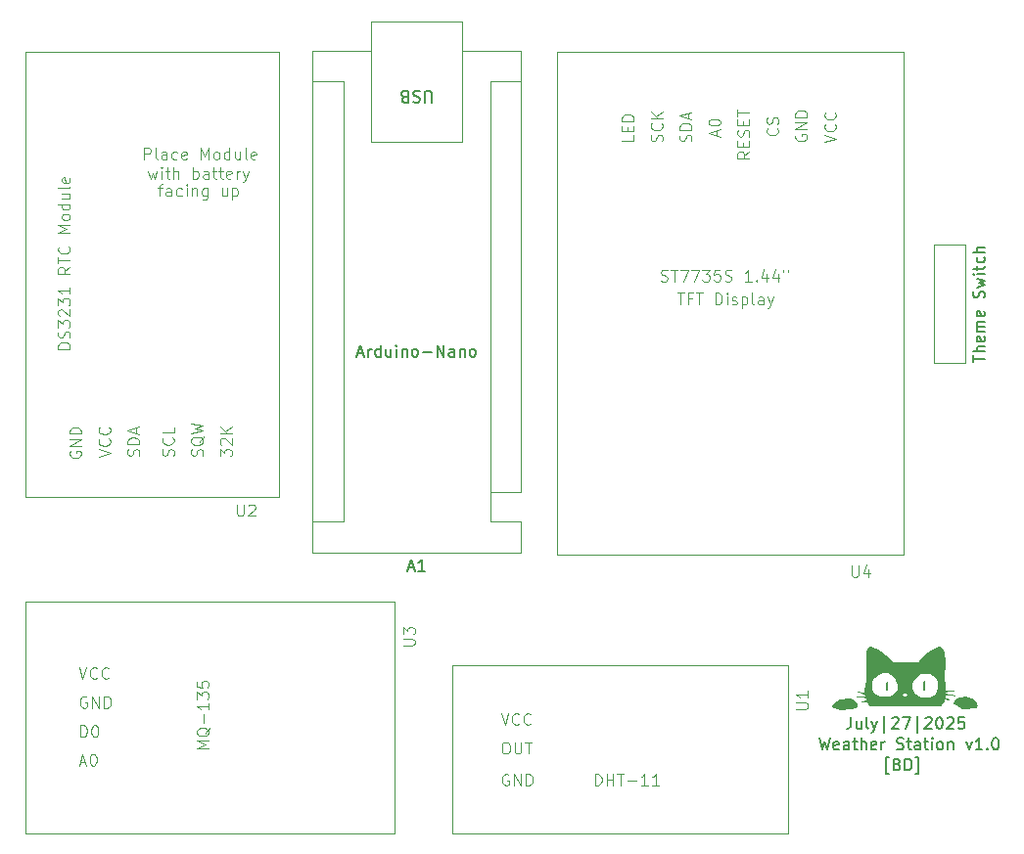
<source format=gto>
G04 #@! TF.GenerationSoftware,KiCad,Pcbnew,9.0.2*
G04 #@! TF.CreationDate,2025-07-27T14:28:18-07:00*
G04 #@! TF.ProjectId,PortableWeatherStation,506f7274-6162-46c6-9557-656174686572,rev?*
G04 #@! TF.SameCoordinates,Original*
G04 #@! TF.FileFunction,Legend,Top*
G04 #@! TF.FilePolarity,Positive*
%FSLAX46Y46*%
G04 Gerber Fmt 4.6, Leading zero omitted, Abs format (unit mm)*
G04 Created by KiCad (PCBNEW 9.0.2) date 2025-07-27 14:28:18*
%MOMM*%
%LPD*%
G01*
G04 APERTURE LIST*
%ADD10C,0.150000*%
%ADD11C,0.100000*%
%ADD12C,0.120000*%
%ADD13C,0.000000*%
G04 APERTURE END LIST*
D10*
X173222493Y-125603152D02*
X172984398Y-125603152D01*
X172984398Y-125603152D02*
X172984398Y-124174580D01*
X172984398Y-124174580D02*
X173222493Y-124174580D01*
X173936779Y-124746009D02*
X174079636Y-124793628D01*
X174079636Y-124793628D02*
X174127255Y-124841247D01*
X174127255Y-124841247D02*
X174174874Y-124936485D01*
X174174874Y-124936485D02*
X174174874Y-125079342D01*
X174174874Y-125079342D02*
X174127255Y-125174580D01*
X174127255Y-125174580D02*
X174079636Y-125222200D01*
X174079636Y-125222200D02*
X173984398Y-125269819D01*
X173984398Y-125269819D02*
X173603446Y-125269819D01*
X173603446Y-125269819D02*
X173603446Y-124269819D01*
X173603446Y-124269819D02*
X173936779Y-124269819D01*
X173936779Y-124269819D02*
X174032017Y-124317438D01*
X174032017Y-124317438D02*
X174079636Y-124365057D01*
X174079636Y-124365057D02*
X174127255Y-124460295D01*
X174127255Y-124460295D02*
X174127255Y-124555533D01*
X174127255Y-124555533D02*
X174079636Y-124650771D01*
X174079636Y-124650771D02*
X174032017Y-124698390D01*
X174032017Y-124698390D02*
X173936779Y-124746009D01*
X173936779Y-124746009D02*
X173603446Y-124746009D01*
X174603446Y-125269819D02*
X174603446Y-124269819D01*
X174603446Y-124269819D02*
X174841541Y-124269819D01*
X174841541Y-124269819D02*
X174984398Y-124317438D01*
X174984398Y-124317438D02*
X175079636Y-124412676D01*
X175079636Y-124412676D02*
X175127255Y-124507914D01*
X175127255Y-124507914D02*
X175174874Y-124698390D01*
X175174874Y-124698390D02*
X175174874Y-124841247D01*
X175174874Y-124841247D02*
X175127255Y-125031723D01*
X175127255Y-125031723D02*
X175079636Y-125126961D01*
X175079636Y-125126961D02*
X174984398Y-125222200D01*
X174984398Y-125222200D02*
X174841541Y-125269819D01*
X174841541Y-125269819D02*
X174603446Y-125269819D01*
X175508208Y-125603152D02*
X175746303Y-125603152D01*
X175746303Y-125603152D02*
X175746303Y-124174580D01*
X175746303Y-124174580D02*
X175508208Y-124174580D01*
X169922493Y-120669819D02*
X169922493Y-121384104D01*
X169922493Y-121384104D02*
X169874874Y-121526961D01*
X169874874Y-121526961D02*
X169779636Y-121622200D01*
X169779636Y-121622200D02*
X169636779Y-121669819D01*
X169636779Y-121669819D02*
X169541541Y-121669819D01*
X170827255Y-121003152D02*
X170827255Y-121669819D01*
X170398684Y-121003152D02*
X170398684Y-121526961D01*
X170398684Y-121526961D02*
X170446303Y-121622200D01*
X170446303Y-121622200D02*
X170541541Y-121669819D01*
X170541541Y-121669819D02*
X170684398Y-121669819D01*
X170684398Y-121669819D02*
X170779636Y-121622200D01*
X170779636Y-121622200D02*
X170827255Y-121574580D01*
X171446303Y-121669819D02*
X171351065Y-121622200D01*
X171351065Y-121622200D02*
X171303446Y-121526961D01*
X171303446Y-121526961D02*
X171303446Y-120669819D01*
X171732018Y-121003152D02*
X171970113Y-121669819D01*
X172208208Y-121003152D02*
X171970113Y-121669819D01*
X171970113Y-121669819D02*
X171874875Y-121907914D01*
X171874875Y-121907914D02*
X171827256Y-121955533D01*
X171827256Y-121955533D02*
X171732018Y-122003152D01*
X172827256Y-122003152D02*
X172827256Y-120574580D01*
X173493923Y-120765057D02*
X173541542Y-120717438D01*
X173541542Y-120717438D02*
X173636780Y-120669819D01*
X173636780Y-120669819D02*
X173874875Y-120669819D01*
X173874875Y-120669819D02*
X173970113Y-120717438D01*
X173970113Y-120717438D02*
X174017732Y-120765057D01*
X174017732Y-120765057D02*
X174065351Y-120860295D01*
X174065351Y-120860295D02*
X174065351Y-120955533D01*
X174065351Y-120955533D02*
X174017732Y-121098390D01*
X174017732Y-121098390D02*
X173446304Y-121669819D01*
X173446304Y-121669819D02*
X174065351Y-121669819D01*
X174398685Y-120669819D02*
X175065351Y-120669819D01*
X175065351Y-120669819D02*
X174636780Y-121669819D01*
X175684399Y-122003152D02*
X175684399Y-120574580D01*
X176351066Y-120765057D02*
X176398685Y-120717438D01*
X176398685Y-120717438D02*
X176493923Y-120669819D01*
X176493923Y-120669819D02*
X176732018Y-120669819D01*
X176732018Y-120669819D02*
X176827256Y-120717438D01*
X176827256Y-120717438D02*
X176874875Y-120765057D01*
X176874875Y-120765057D02*
X176922494Y-120860295D01*
X176922494Y-120860295D02*
X176922494Y-120955533D01*
X176922494Y-120955533D02*
X176874875Y-121098390D01*
X176874875Y-121098390D02*
X176303447Y-121669819D01*
X176303447Y-121669819D02*
X176922494Y-121669819D01*
X177541542Y-120669819D02*
X177636780Y-120669819D01*
X177636780Y-120669819D02*
X177732018Y-120717438D01*
X177732018Y-120717438D02*
X177779637Y-120765057D01*
X177779637Y-120765057D02*
X177827256Y-120860295D01*
X177827256Y-120860295D02*
X177874875Y-121050771D01*
X177874875Y-121050771D02*
X177874875Y-121288866D01*
X177874875Y-121288866D02*
X177827256Y-121479342D01*
X177827256Y-121479342D02*
X177779637Y-121574580D01*
X177779637Y-121574580D02*
X177732018Y-121622200D01*
X177732018Y-121622200D02*
X177636780Y-121669819D01*
X177636780Y-121669819D02*
X177541542Y-121669819D01*
X177541542Y-121669819D02*
X177446304Y-121622200D01*
X177446304Y-121622200D02*
X177398685Y-121574580D01*
X177398685Y-121574580D02*
X177351066Y-121479342D01*
X177351066Y-121479342D02*
X177303447Y-121288866D01*
X177303447Y-121288866D02*
X177303447Y-121050771D01*
X177303447Y-121050771D02*
X177351066Y-120860295D01*
X177351066Y-120860295D02*
X177398685Y-120765057D01*
X177398685Y-120765057D02*
X177446304Y-120717438D01*
X177446304Y-120717438D02*
X177541542Y-120669819D01*
X178255828Y-120765057D02*
X178303447Y-120717438D01*
X178303447Y-120717438D02*
X178398685Y-120669819D01*
X178398685Y-120669819D02*
X178636780Y-120669819D01*
X178636780Y-120669819D02*
X178732018Y-120717438D01*
X178732018Y-120717438D02*
X178779637Y-120765057D01*
X178779637Y-120765057D02*
X178827256Y-120860295D01*
X178827256Y-120860295D02*
X178827256Y-120955533D01*
X178827256Y-120955533D02*
X178779637Y-121098390D01*
X178779637Y-121098390D02*
X178208209Y-121669819D01*
X178208209Y-121669819D02*
X178827256Y-121669819D01*
X179732018Y-120669819D02*
X179255828Y-120669819D01*
X179255828Y-120669819D02*
X179208209Y-121146009D01*
X179208209Y-121146009D02*
X179255828Y-121098390D01*
X179255828Y-121098390D02*
X179351066Y-121050771D01*
X179351066Y-121050771D02*
X179589161Y-121050771D01*
X179589161Y-121050771D02*
X179684399Y-121098390D01*
X179684399Y-121098390D02*
X179732018Y-121146009D01*
X179732018Y-121146009D02*
X179779637Y-121241247D01*
X179779637Y-121241247D02*
X179779637Y-121479342D01*
X179779637Y-121479342D02*
X179732018Y-121574580D01*
X179732018Y-121574580D02*
X179684399Y-121622200D01*
X179684399Y-121622200D02*
X179589161Y-121669819D01*
X179589161Y-121669819D02*
X179351066Y-121669819D01*
X179351066Y-121669819D02*
X179255828Y-121622200D01*
X179255828Y-121622200D02*
X179208209Y-121574580D01*
X127289160Y-89184104D02*
X127765350Y-89184104D01*
X127193922Y-89469819D02*
X127527255Y-88469819D01*
X127527255Y-88469819D02*
X127860588Y-89469819D01*
X128193922Y-89469819D02*
X128193922Y-88803152D01*
X128193922Y-88993628D02*
X128241541Y-88898390D01*
X128241541Y-88898390D02*
X128289160Y-88850771D01*
X128289160Y-88850771D02*
X128384398Y-88803152D01*
X128384398Y-88803152D02*
X128479636Y-88803152D01*
X129241541Y-89469819D02*
X129241541Y-88469819D01*
X129241541Y-89422200D02*
X129146303Y-89469819D01*
X129146303Y-89469819D02*
X128955827Y-89469819D01*
X128955827Y-89469819D02*
X128860589Y-89422200D01*
X128860589Y-89422200D02*
X128812970Y-89374580D01*
X128812970Y-89374580D02*
X128765351Y-89279342D01*
X128765351Y-89279342D02*
X128765351Y-88993628D01*
X128765351Y-88993628D02*
X128812970Y-88898390D01*
X128812970Y-88898390D02*
X128860589Y-88850771D01*
X128860589Y-88850771D02*
X128955827Y-88803152D01*
X128955827Y-88803152D02*
X129146303Y-88803152D01*
X129146303Y-88803152D02*
X129241541Y-88850771D01*
X130146303Y-88803152D02*
X130146303Y-89469819D01*
X129717732Y-88803152D02*
X129717732Y-89326961D01*
X129717732Y-89326961D02*
X129765351Y-89422200D01*
X129765351Y-89422200D02*
X129860589Y-89469819D01*
X129860589Y-89469819D02*
X130003446Y-89469819D01*
X130003446Y-89469819D02*
X130098684Y-89422200D01*
X130098684Y-89422200D02*
X130146303Y-89374580D01*
X130622494Y-89469819D02*
X130622494Y-88803152D01*
X130622494Y-88469819D02*
X130574875Y-88517438D01*
X130574875Y-88517438D02*
X130622494Y-88565057D01*
X130622494Y-88565057D02*
X130670113Y-88517438D01*
X130670113Y-88517438D02*
X130622494Y-88469819D01*
X130622494Y-88469819D02*
X130622494Y-88565057D01*
X131098684Y-88803152D02*
X131098684Y-89469819D01*
X131098684Y-88898390D02*
X131146303Y-88850771D01*
X131146303Y-88850771D02*
X131241541Y-88803152D01*
X131241541Y-88803152D02*
X131384398Y-88803152D01*
X131384398Y-88803152D02*
X131479636Y-88850771D01*
X131479636Y-88850771D02*
X131527255Y-88946009D01*
X131527255Y-88946009D02*
X131527255Y-89469819D01*
X132146303Y-89469819D02*
X132051065Y-89422200D01*
X132051065Y-89422200D02*
X132003446Y-89374580D01*
X132003446Y-89374580D02*
X131955827Y-89279342D01*
X131955827Y-89279342D02*
X131955827Y-88993628D01*
X131955827Y-88993628D02*
X132003446Y-88898390D01*
X132003446Y-88898390D02*
X132051065Y-88850771D01*
X132051065Y-88850771D02*
X132146303Y-88803152D01*
X132146303Y-88803152D02*
X132289160Y-88803152D01*
X132289160Y-88803152D02*
X132384398Y-88850771D01*
X132384398Y-88850771D02*
X132432017Y-88898390D01*
X132432017Y-88898390D02*
X132479636Y-88993628D01*
X132479636Y-88993628D02*
X132479636Y-89279342D01*
X132479636Y-89279342D02*
X132432017Y-89374580D01*
X132432017Y-89374580D02*
X132384398Y-89422200D01*
X132384398Y-89422200D02*
X132289160Y-89469819D01*
X132289160Y-89469819D02*
X132146303Y-89469819D01*
X132908208Y-89088866D02*
X133670113Y-89088866D01*
X134146303Y-89469819D02*
X134146303Y-88469819D01*
X134146303Y-88469819D02*
X134717731Y-89469819D01*
X134717731Y-89469819D02*
X134717731Y-88469819D01*
X135622493Y-89469819D02*
X135622493Y-88946009D01*
X135622493Y-88946009D02*
X135574874Y-88850771D01*
X135574874Y-88850771D02*
X135479636Y-88803152D01*
X135479636Y-88803152D02*
X135289160Y-88803152D01*
X135289160Y-88803152D02*
X135193922Y-88850771D01*
X135622493Y-89422200D02*
X135527255Y-89469819D01*
X135527255Y-89469819D02*
X135289160Y-89469819D01*
X135289160Y-89469819D02*
X135193922Y-89422200D01*
X135193922Y-89422200D02*
X135146303Y-89326961D01*
X135146303Y-89326961D02*
X135146303Y-89231723D01*
X135146303Y-89231723D02*
X135193922Y-89136485D01*
X135193922Y-89136485D02*
X135289160Y-89088866D01*
X135289160Y-89088866D02*
X135527255Y-89088866D01*
X135527255Y-89088866D02*
X135622493Y-89041247D01*
X136098684Y-88803152D02*
X136098684Y-89469819D01*
X136098684Y-88898390D02*
X136146303Y-88850771D01*
X136146303Y-88850771D02*
X136241541Y-88803152D01*
X136241541Y-88803152D02*
X136384398Y-88803152D01*
X136384398Y-88803152D02*
X136479636Y-88850771D01*
X136479636Y-88850771D02*
X136527255Y-88946009D01*
X136527255Y-88946009D02*
X136527255Y-89469819D01*
X137146303Y-89469819D02*
X137051065Y-89422200D01*
X137051065Y-89422200D02*
X137003446Y-89374580D01*
X137003446Y-89374580D02*
X136955827Y-89279342D01*
X136955827Y-89279342D02*
X136955827Y-88993628D01*
X136955827Y-88993628D02*
X137003446Y-88898390D01*
X137003446Y-88898390D02*
X137051065Y-88850771D01*
X137051065Y-88850771D02*
X137146303Y-88803152D01*
X137146303Y-88803152D02*
X137289160Y-88803152D01*
X137289160Y-88803152D02*
X137384398Y-88850771D01*
X137384398Y-88850771D02*
X137432017Y-88898390D01*
X137432017Y-88898390D02*
X137479636Y-88993628D01*
X137479636Y-88993628D02*
X137479636Y-89279342D01*
X137479636Y-89279342D02*
X137432017Y-89374580D01*
X137432017Y-89374580D02*
X137384398Y-89422200D01*
X137384398Y-89422200D02*
X137289160Y-89469819D01*
X137289160Y-89469819D02*
X137146303Y-89469819D01*
X167241541Y-122469819D02*
X167479636Y-123469819D01*
X167479636Y-123469819D02*
X167670112Y-122755533D01*
X167670112Y-122755533D02*
X167860588Y-123469819D01*
X167860588Y-123469819D02*
X168098684Y-122469819D01*
X168860588Y-123422200D02*
X168765350Y-123469819D01*
X168765350Y-123469819D02*
X168574874Y-123469819D01*
X168574874Y-123469819D02*
X168479636Y-123422200D01*
X168479636Y-123422200D02*
X168432017Y-123326961D01*
X168432017Y-123326961D02*
X168432017Y-122946009D01*
X168432017Y-122946009D02*
X168479636Y-122850771D01*
X168479636Y-122850771D02*
X168574874Y-122803152D01*
X168574874Y-122803152D02*
X168765350Y-122803152D01*
X168765350Y-122803152D02*
X168860588Y-122850771D01*
X168860588Y-122850771D02*
X168908207Y-122946009D01*
X168908207Y-122946009D02*
X168908207Y-123041247D01*
X168908207Y-123041247D02*
X168432017Y-123136485D01*
X169765350Y-123469819D02*
X169765350Y-122946009D01*
X169765350Y-122946009D02*
X169717731Y-122850771D01*
X169717731Y-122850771D02*
X169622493Y-122803152D01*
X169622493Y-122803152D02*
X169432017Y-122803152D01*
X169432017Y-122803152D02*
X169336779Y-122850771D01*
X169765350Y-123422200D02*
X169670112Y-123469819D01*
X169670112Y-123469819D02*
X169432017Y-123469819D01*
X169432017Y-123469819D02*
X169336779Y-123422200D01*
X169336779Y-123422200D02*
X169289160Y-123326961D01*
X169289160Y-123326961D02*
X169289160Y-123231723D01*
X169289160Y-123231723D02*
X169336779Y-123136485D01*
X169336779Y-123136485D02*
X169432017Y-123088866D01*
X169432017Y-123088866D02*
X169670112Y-123088866D01*
X169670112Y-123088866D02*
X169765350Y-123041247D01*
X170098684Y-122803152D02*
X170479636Y-122803152D01*
X170241541Y-122469819D02*
X170241541Y-123326961D01*
X170241541Y-123326961D02*
X170289160Y-123422200D01*
X170289160Y-123422200D02*
X170384398Y-123469819D01*
X170384398Y-123469819D02*
X170479636Y-123469819D01*
X170812970Y-123469819D02*
X170812970Y-122469819D01*
X171241541Y-123469819D02*
X171241541Y-122946009D01*
X171241541Y-122946009D02*
X171193922Y-122850771D01*
X171193922Y-122850771D02*
X171098684Y-122803152D01*
X171098684Y-122803152D02*
X170955827Y-122803152D01*
X170955827Y-122803152D02*
X170860589Y-122850771D01*
X170860589Y-122850771D02*
X170812970Y-122898390D01*
X172098684Y-123422200D02*
X172003446Y-123469819D01*
X172003446Y-123469819D02*
X171812970Y-123469819D01*
X171812970Y-123469819D02*
X171717732Y-123422200D01*
X171717732Y-123422200D02*
X171670113Y-123326961D01*
X171670113Y-123326961D02*
X171670113Y-122946009D01*
X171670113Y-122946009D02*
X171717732Y-122850771D01*
X171717732Y-122850771D02*
X171812970Y-122803152D01*
X171812970Y-122803152D02*
X172003446Y-122803152D01*
X172003446Y-122803152D02*
X172098684Y-122850771D01*
X172098684Y-122850771D02*
X172146303Y-122946009D01*
X172146303Y-122946009D02*
X172146303Y-123041247D01*
X172146303Y-123041247D02*
X171670113Y-123136485D01*
X172574875Y-123469819D02*
X172574875Y-122803152D01*
X172574875Y-122993628D02*
X172622494Y-122898390D01*
X172622494Y-122898390D02*
X172670113Y-122850771D01*
X172670113Y-122850771D02*
X172765351Y-122803152D01*
X172765351Y-122803152D02*
X172860589Y-122803152D01*
X173908209Y-123422200D02*
X174051066Y-123469819D01*
X174051066Y-123469819D02*
X174289161Y-123469819D01*
X174289161Y-123469819D02*
X174384399Y-123422200D01*
X174384399Y-123422200D02*
X174432018Y-123374580D01*
X174432018Y-123374580D02*
X174479637Y-123279342D01*
X174479637Y-123279342D02*
X174479637Y-123184104D01*
X174479637Y-123184104D02*
X174432018Y-123088866D01*
X174432018Y-123088866D02*
X174384399Y-123041247D01*
X174384399Y-123041247D02*
X174289161Y-122993628D01*
X174289161Y-122993628D02*
X174098685Y-122946009D01*
X174098685Y-122946009D02*
X174003447Y-122898390D01*
X174003447Y-122898390D02*
X173955828Y-122850771D01*
X173955828Y-122850771D02*
X173908209Y-122755533D01*
X173908209Y-122755533D02*
X173908209Y-122660295D01*
X173908209Y-122660295D02*
X173955828Y-122565057D01*
X173955828Y-122565057D02*
X174003447Y-122517438D01*
X174003447Y-122517438D02*
X174098685Y-122469819D01*
X174098685Y-122469819D02*
X174336780Y-122469819D01*
X174336780Y-122469819D02*
X174479637Y-122517438D01*
X174765352Y-122803152D02*
X175146304Y-122803152D01*
X174908209Y-122469819D02*
X174908209Y-123326961D01*
X174908209Y-123326961D02*
X174955828Y-123422200D01*
X174955828Y-123422200D02*
X175051066Y-123469819D01*
X175051066Y-123469819D02*
X175146304Y-123469819D01*
X175908209Y-123469819D02*
X175908209Y-122946009D01*
X175908209Y-122946009D02*
X175860590Y-122850771D01*
X175860590Y-122850771D02*
X175765352Y-122803152D01*
X175765352Y-122803152D02*
X175574876Y-122803152D01*
X175574876Y-122803152D02*
X175479638Y-122850771D01*
X175908209Y-123422200D02*
X175812971Y-123469819D01*
X175812971Y-123469819D02*
X175574876Y-123469819D01*
X175574876Y-123469819D02*
X175479638Y-123422200D01*
X175479638Y-123422200D02*
X175432019Y-123326961D01*
X175432019Y-123326961D02*
X175432019Y-123231723D01*
X175432019Y-123231723D02*
X175479638Y-123136485D01*
X175479638Y-123136485D02*
X175574876Y-123088866D01*
X175574876Y-123088866D02*
X175812971Y-123088866D01*
X175812971Y-123088866D02*
X175908209Y-123041247D01*
X176241543Y-122803152D02*
X176622495Y-122803152D01*
X176384400Y-122469819D02*
X176384400Y-123326961D01*
X176384400Y-123326961D02*
X176432019Y-123422200D01*
X176432019Y-123422200D02*
X176527257Y-123469819D01*
X176527257Y-123469819D02*
X176622495Y-123469819D01*
X176955829Y-123469819D02*
X176955829Y-122803152D01*
X176955829Y-122469819D02*
X176908210Y-122517438D01*
X176908210Y-122517438D02*
X176955829Y-122565057D01*
X176955829Y-122565057D02*
X177003448Y-122517438D01*
X177003448Y-122517438D02*
X176955829Y-122469819D01*
X176955829Y-122469819D02*
X176955829Y-122565057D01*
X177574876Y-123469819D02*
X177479638Y-123422200D01*
X177479638Y-123422200D02*
X177432019Y-123374580D01*
X177432019Y-123374580D02*
X177384400Y-123279342D01*
X177384400Y-123279342D02*
X177384400Y-122993628D01*
X177384400Y-122993628D02*
X177432019Y-122898390D01*
X177432019Y-122898390D02*
X177479638Y-122850771D01*
X177479638Y-122850771D02*
X177574876Y-122803152D01*
X177574876Y-122803152D02*
X177717733Y-122803152D01*
X177717733Y-122803152D02*
X177812971Y-122850771D01*
X177812971Y-122850771D02*
X177860590Y-122898390D01*
X177860590Y-122898390D02*
X177908209Y-122993628D01*
X177908209Y-122993628D02*
X177908209Y-123279342D01*
X177908209Y-123279342D02*
X177860590Y-123374580D01*
X177860590Y-123374580D02*
X177812971Y-123422200D01*
X177812971Y-123422200D02*
X177717733Y-123469819D01*
X177717733Y-123469819D02*
X177574876Y-123469819D01*
X178336781Y-122803152D02*
X178336781Y-123469819D01*
X178336781Y-122898390D02*
X178384400Y-122850771D01*
X178384400Y-122850771D02*
X178479638Y-122803152D01*
X178479638Y-122803152D02*
X178622495Y-122803152D01*
X178622495Y-122803152D02*
X178717733Y-122850771D01*
X178717733Y-122850771D02*
X178765352Y-122946009D01*
X178765352Y-122946009D02*
X178765352Y-123469819D01*
X179908210Y-122803152D02*
X180146305Y-123469819D01*
X180146305Y-123469819D02*
X180384400Y-122803152D01*
X181289162Y-123469819D02*
X180717734Y-123469819D01*
X181003448Y-123469819D02*
X181003448Y-122469819D01*
X181003448Y-122469819D02*
X180908210Y-122612676D01*
X180908210Y-122612676D02*
X180812972Y-122707914D01*
X180812972Y-122707914D02*
X180717734Y-122755533D01*
X181717734Y-123374580D02*
X181765353Y-123422200D01*
X181765353Y-123422200D02*
X181717734Y-123469819D01*
X181717734Y-123469819D02*
X181670115Y-123422200D01*
X181670115Y-123422200D02*
X181717734Y-123374580D01*
X181717734Y-123374580D02*
X181717734Y-123469819D01*
X182384400Y-122469819D02*
X182479638Y-122469819D01*
X182479638Y-122469819D02*
X182574876Y-122517438D01*
X182574876Y-122517438D02*
X182622495Y-122565057D01*
X182622495Y-122565057D02*
X182670114Y-122660295D01*
X182670114Y-122660295D02*
X182717733Y-122850771D01*
X182717733Y-122850771D02*
X182717733Y-123088866D01*
X182717733Y-123088866D02*
X182670114Y-123279342D01*
X182670114Y-123279342D02*
X182622495Y-123374580D01*
X182622495Y-123374580D02*
X182574876Y-123422200D01*
X182574876Y-123422200D02*
X182479638Y-123469819D01*
X182479638Y-123469819D02*
X182384400Y-123469819D01*
X182384400Y-123469819D02*
X182289162Y-123422200D01*
X182289162Y-123422200D02*
X182241543Y-123374580D01*
X182241543Y-123374580D02*
X182193924Y-123279342D01*
X182193924Y-123279342D02*
X182146305Y-123088866D01*
X182146305Y-123088866D02*
X182146305Y-122850771D01*
X182146305Y-122850771D02*
X182193924Y-122660295D01*
X182193924Y-122660295D02*
X182241543Y-122565057D01*
X182241543Y-122565057D02*
X182289162Y-122517438D01*
X182289162Y-122517438D02*
X182384400Y-122469819D01*
D11*
X116838095Y-102257419D02*
X116838095Y-103066942D01*
X116838095Y-103066942D02*
X116885714Y-103162180D01*
X116885714Y-103162180D02*
X116933333Y-103209800D01*
X116933333Y-103209800D02*
X117028571Y-103257419D01*
X117028571Y-103257419D02*
X117219047Y-103257419D01*
X117219047Y-103257419D02*
X117314285Y-103209800D01*
X117314285Y-103209800D02*
X117361904Y-103162180D01*
X117361904Y-103162180D02*
X117409523Y-103066942D01*
X117409523Y-103066942D02*
X117409523Y-102257419D01*
X117838095Y-102352657D02*
X117885714Y-102305038D01*
X117885714Y-102305038D02*
X117980952Y-102257419D01*
X117980952Y-102257419D02*
X118219047Y-102257419D01*
X118219047Y-102257419D02*
X118314285Y-102305038D01*
X118314285Y-102305038D02*
X118361904Y-102352657D01*
X118361904Y-102352657D02*
X118409523Y-102447895D01*
X118409523Y-102447895D02*
X118409523Y-102543133D01*
X118409523Y-102543133D02*
X118361904Y-102685990D01*
X118361904Y-102685990D02*
X117790476Y-103257419D01*
X117790476Y-103257419D02*
X118409523Y-103257419D01*
X115372419Y-98096639D02*
X115372419Y-97477592D01*
X115372419Y-97477592D02*
X115753371Y-97810925D01*
X115753371Y-97810925D02*
X115753371Y-97668068D01*
X115753371Y-97668068D02*
X115800990Y-97572830D01*
X115800990Y-97572830D02*
X115848609Y-97525211D01*
X115848609Y-97525211D02*
X115943847Y-97477592D01*
X115943847Y-97477592D02*
X116181942Y-97477592D01*
X116181942Y-97477592D02*
X116277180Y-97525211D01*
X116277180Y-97525211D02*
X116324800Y-97572830D01*
X116324800Y-97572830D02*
X116372419Y-97668068D01*
X116372419Y-97668068D02*
X116372419Y-97953782D01*
X116372419Y-97953782D02*
X116324800Y-98049020D01*
X116324800Y-98049020D02*
X116277180Y-98096639D01*
X115467657Y-97096639D02*
X115420038Y-97049020D01*
X115420038Y-97049020D02*
X115372419Y-96953782D01*
X115372419Y-96953782D02*
X115372419Y-96715687D01*
X115372419Y-96715687D02*
X115420038Y-96620449D01*
X115420038Y-96620449D02*
X115467657Y-96572830D01*
X115467657Y-96572830D02*
X115562895Y-96525211D01*
X115562895Y-96525211D02*
X115658133Y-96525211D01*
X115658133Y-96525211D02*
X115800990Y-96572830D01*
X115800990Y-96572830D02*
X116372419Y-97144258D01*
X116372419Y-97144258D02*
X116372419Y-96525211D01*
X116372419Y-96096639D02*
X115372419Y-96096639D01*
X116372419Y-95525211D02*
X115800990Y-95953782D01*
X115372419Y-95525211D02*
X115943847Y-96096639D01*
X104872419Y-98144258D02*
X105872419Y-97810925D01*
X105872419Y-97810925D02*
X104872419Y-97477592D01*
X105777180Y-96572830D02*
X105824800Y-96620449D01*
X105824800Y-96620449D02*
X105872419Y-96763306D01*
X105872419Y-96763306D02*
X105872419Y-96858544D01*
X105872419Y-96858544D02*
X105824800Y-97001401D01*
X105824800Y-97001401D02*
X105729561Y-97096639D01*
X105729561Y-97096639D02*
X105634323Y-97144258D01*
X105634323Y-97144258D02*
X105443847Y-97191877D01*
X105443847Y-97191877D02*
X105300990Y-97191877D01*
X105300990Y-97191877D02*
X105110514Y-97144258D01*
X105110514Y-97144258D02*
X105015276Y-97096639D01*
X105015276Y-97096639D02*
X104920038Y-97001401D01*
X104920038Y-97001401D02*
X104872419Y-96858544D01*
X104872419Y-96858544D02*
X104872419Y-96763306D01*
X104872419Y-96763306D02*
X104920038Y-96620449D01*
X104920038Y-96620449D02*
X104967657Y-96572830D01*
X105777180Y-95572830D02*
X105824800Y-95620449D01*
X105824800Y-95620449D02*
X105872419Y-95763306D01*
X105872419Y-95763306D02*
X105872419Y-95858544D01*
X105872419Y-95858544D02*
X105824800Y-96001401D01*
X105824800Y-96001401D02*
X105729561Y-96096639D01*
X105729561Y-96096639D02*
X105634323Y-96144258D01*
X105634323Y-96144258D02*
X105443847Y-96191877D01*
X105443847Y-96191877D02*
X105300990Y-96191877D01*
X105300990Y-96191877D02*
X105110514Y-96144258D01*
X105110514Y-96144258D02*
X105015276Y-96096639D01*
X105015276Y-96096639D02*
X104920038Y-96001401D01*
X104920038Y-96001401D02*
X104872419Y-95858544D01*
X104872419Y-95858544D02*
X104872419Y-95763306D01*
X104872419Y-95763306D02*
X104920038Y-95620449D01*
X104920038Y-95620449D02*
X104967657Y-95572830D01*
X111324800Y-98049020D02*
X111372419Y-97906163D01*
X111372419Y-97906163D02*
X111372419Y-97668068D01*
X111372419Y-97668068D02*
X111324800Y-97572830D01*
X111324800Y-97572830D02*
X111277180Y-97525211D01*
X111277180Y-97525211D02*
X111181942Y-97477592D01*
X111181942Y-97477592D02*
X111086704Y-97477592D01*
X111086704Y-97477592D02*
X110991466Y-97525211D01*
X110991466Y-97525211D02*
X110943847Y-97572830D01*
X110943847Y-97572830D02*
X110896228Y-97668068D01*
X110896228Y-97668068D02*
X110848609Y-97858544D01*
X110848609Y-97858544D02*
X110800990Y-97953782D01*
X110800990Y-97953782D02*
X110753371Y-98001401D01*
X110753371Y-98001401D02*
X110658133Y-98049020D01*
X110658133Y-98049020D02*
X110562895Y-98049020D01*
X110562895Y-98049020D02*
X110467657Y-98001401D01*
X110467657Y-98001401D02*
X110420038Y-97953782D01*
X110420038Y-97953782D02*
X110372419Y-97858544D01*
X110372419Y-97858544D02*
X110372419Y-97620449D01*
X110372419Y-97620449D02*
X110420038Y-97477592D01*
X111277180Y-96477592D02*
X111324800Y-96525211D01*
X111324800Y-96525211D02*
X111372419Y-96668068D01*
X111372419Y-96668068D02*
X111372419Y-96763306D01*
X111372419Y-96763306D02*
X111324800Y-96906163D01*
X111324800Y-96906163D02*
X111229561Y-97001401D01*
X111229561Y-97001401D02*
X111134323Y-97049020D01*
X111134323Y-97049020D02*
X110943847Y-97096639D01*
X110943847Y-97096639D02*
X110800990Y-97096639D01*
X110800990Y-97096639D02*
X110610514Y-97049020D01*
X110610514Y-97049020D02*
X110515276Y-97001401D01*
X110515276Y-97001401D02*
X110420038Y-96906163D01*
X110420038Y-96906163D02*
X110372419Y-96763306D01*
X110372419Y-96763306D02*
X110372419Y-96668068D01*
X110372419Y-96668068D02*
X110420038Y-96525211D01*
X110420038Y-96525211D02*
X110467657Y-96477592D01*
X111372419Y-95572830D02*
X111372419Y-96049020D01*
X111372419Y-96049020D02*
X110372419Y-96049020D01*
X113824800Y-98049020D02*
X113872419Y-97906163D01*
X113872419Y-97906163D02*
X113872419Y-97668068D01*
X113872419Y-97668068D02*
X113824800Y-97572830D01*
X113824800Y-97572830D02*
X113777180Y-97525211D01*
X113777180Y-97525211D02*
X113681942Y-97477592D01*
X113681942Y-97477592D02*
X113586704Y-97477592D01*
X113586704Y-97477592D02*
X113491466Y-97525211D01*
X113491466Y-97525211D02*
X113443847Y-97572830D01*
X113443847Y-97572830D02*
X113396228Y-97668068D01*
X113396228Y-97668068D02*
X113348609Y-97858544D01*
X113348609Y-97858544D02*
X113300990Y-97953782D01*
X113300990Y-97953782D02*
X113253371Y-98001401D01*
X113253371Y-98001401D02*
X113158133Y-98049020D01*
X113158133Y-98049020D02*
X113062895Y-98049020D01*
X113062895Y-98049020D02*
X112967657Y-98001401D01*
X112967657Y-98001401D02*
X112920038Y-97953782D01*
X112920038Y-97953782D02*
X112872419Y-97858544D01*
X112872419Y-97858544D02*
X112872419Y-97620449D01*
X112872419Y-97620449D02*
X112920038Y-97477592D01*
X113967657Y-96382354D02*
X113920038Y-96477592D01*
X113920038Y-96477592D02*
X113824800Y-96572830D01*
X113824800Y-96572830D02*
X113681942Y-96715687D01*
X113681942Y-96715687D02*
X113634323Y-96810925D01*
X113634323Y-96810925D02*
X113634323Y-96906163D01*
X113872419Y-96858544D02*
X113824800Y-96953782D01*
X113824800Y-96953782D02*
X113729561Y-97049020D01*
X113729561Y-97049020D02*
X113539085Y-97096639D01*
X113539085Y-97096639D02*
X113205752Y-97096639D01*
X113205752Y-97096639D02*
X113015276Y-97049020D01*
X113015276Y-97049020D02*
X112920038Y-96953782D01*
X112920038Y-96953782D02*
X112872419Y-96858544D01*
X112872419Y-96858544D02*
X112872419Y-96668068D01*
X112872419Y-96668068D02*
X112920038Y-96572830D01*
X112920038Y-96572830D02*
X113015276Y-96477592D01*
X113015276Y-96477592D02*
X113205752Y-96429973D01*
X113205752Y-96429973D02*
X113539085Y-96429973D01*
X113539085Y-96429973D02*
X113729561Y-96477592D01*
X113729561Y-96477592D02*
X113824800Y-96572830D01*
X113824800Y-96572830D02*
X113872419Y-96668068D01*
X113872419Y-96668068D02*
X113872419Y-96858544D01*
X112872419Y-96096639D02*
X113872419Y-95858544D01*
X113872419Y-95858544D02*
X113158133Y-95668068D01*
X113158133Y-95668068D02*
X113872419Y-95477592D01*
X113872419Y-95477592D02*
X112872419Y-95239497D01*
X108803884Y-72396705D02*
X108803884Y-71396705D01*
X108803884Y-71396705D02*
X109184836Y-71396705D01*
X109184836Y-71396705D02*
X109280074Y-71444324D01*
X109280074Y-71444324D02*
X109327693Y-71491943D01*
X109327693Y-71491943D02*
X109375312Y-71587181D01*
X109375312Y-71587181D02*
X109375312Y-71730038D01*
X109375312Y-71730038D02*
X109327693Y-71825276D01*
X109327693Y-71825276D02*
X109280074Y-71872895D01*
X109280074Y-71872895D02*
X109184836Y-71920514D01*
X109184836Y-71920514D02*
X108803884Y-71920514D01*
X109946741Y-72396705D02*
X109851503Y-72349086D01*
X109851503Y-72349086D02*
X109803884Y-72253847D01*
X109803884Y-72253847D02*
X109803884Y-71396705D01*
X110756265Y-72396705D02*
X110756265Y-71872895D01*
X110756265Y-71872895D02*
X110708646Y-71777657D01*
X110708646Y-71777657D02*
X110613408Y-71730038D01*
X110613408Y-71730038D02*
X110422932Y-71730038D01*
X110422932Y-71730038D02*
X110327694Y-71777657D01*
X110756265Y-72349086D02*
X110661027Y-72396705D01*
X110661027Y-72396705D02*
X110422932Y-72396705D01*
X110422932Y-72396705D02*
X110327694Y-72349086D01*
X110327694Y-72349086D02*
X110280075Y-72253847D01*
X110280075Y-72253847D02*
X110280075Y-72158609D01*
X110280075Y-72158609D02*
X110327694Y-72063371D01*
X110327694Y-72063371D02*
X110422932Y-72015752D01*
X110422932Y-72015752D02*
X110661027Y-72015752D01*
X110661027Y-72015752D02*
X110756265Y-71968133D01*
X111661027Y-72349086D02*
X111565789Y-72396705D01*
X111565789Y-72396705D02*
X111375313Y-72396705D01*
X111375313Y-72396705D02*
X111280075Y-72349086D01*
X111280075Y-72349086D02*
X111232456Y-72301466D01*
X111232456Y-72301466D02*
X111184837Y-72206228D01*
X111184837Y-72206228D02*
X111184837Y-71920514D01*
X111184837Y-71920514D02*
X111232456Y-71825276D01*
X111232456Y-71825276D02*
X111280075Y-71777657D01*
X111280075Y-71777657D02*
X111375313Y-71730038D01*
X111375313Y-71730038D02*
X111565789Y-71730038D01*
X111565789Y-71730038D02*
X111661027Y-71777657D01*
X112470551Y-72349086D02*
X112375313Y-72396705D01*
X112375313Y-72396705D02*
X112184837Y-72396705D01*
X112184837Y-72396705D02*
X112089599Y-72349086D01*
X112089599Y-72349086D02*
X112041980Y-72253847D01*
X112041980Y-72253847D02*
X112041980Y-71872895D01*
X112041980Y-71872895D02*
X112089599Y-71777657D01*
X112089599Y-71777657D02*
X112184837Y-71730038D01*
X112184837Y-71730038D02*
X112375313Y-71730038D01*
X112375313Y-71730038D02*
X112470551Y-71777657D01*
X112470551Y-71777657D02*
X112518170Y-71872895D01*
X112518170Y-71872895D02*
X112518170Y-71968133D01*
X112518170Y-71968133D02*
X112041980Y-72063371D01*
X113708647Y-72396705D02*
X113708647Y-71396705D01*
X113708647Y-71396705D02*
X114041980Y-72110990D01*
X114041980Y-72110990D02*
X114375313Y-71396705D01*
X114375313Y-71396705D02*
X114375313Y-72396705D01*
X114994361Y-72396705D02*
X114899123Y-72349086D01*
X114899123Y-72349086D02*
X114851504Y-72301466D01*
X114851504Y-72301466D02*
X114803885Y-72206228D01*
X114803885Y-72206228D02*
X114803885Y-71920514D01*
X114803885Y-71920514D02*
X114851504Y-71825276D01*
X114851504Y-71825276D02*
X114899123Y-71777657D01*
X114899123Y-71777657D02*
X114994361Y-71730038D01*
X114994361Y-71730038D02*
X115137218Y-71730038D01*
X115137218Y-71730038D02*
X115232456Y-71777657D01*
X115232456Y-71777657D02*
X115280075Y-71825276D01*
X115280075Y-71825276D02*
X115327694Y-71920514D01*
X115327694Y-71920514D02*
X115327694Y-72206228D01*
X115327694Y-72206228D02*
X115280075Y-72301466D01*
X115280075Y-72301466D02*
X115232456Y-72349086D01*
X115232456Y-72349086D02*
X115137218Y-72396705D01*
X115137218Y-72396705D02*
X114994361Y-72396705D01*
X116184837Y-72396705D02*
X116184837Y-71396705D01*
X116184837Y-72349086D02*
X116089599Y-72396705D01*
X116089599Y-72396705D02*
X115899123Y-72396705D01*
X115899123Y-72396705D02*
X115803885Y-72349086D01*
X115803885Y-72349086D02*
X115756266Y-72301466D01*
X115756266Y-72301466D02*
X115708647Y-72206228D01*
X115708647Y-72206228D02*
X115708647Y-71920514D01*
X115708647Y-71920514D02*
X115756266Y-71825276D01*
X115756266Y-71825276D02*
X115803885Y-71777657D01*
X115803885Y-71777657D02*
X115899123Y-71730038D01*
X115899123Y-71730038D02*
X116089599Y-71730038D01*
X116089599Y-71730038D02*
X116184837Y-71777657D01*
X117089599Y-71730038D02*
X117089599Y-72396705D01*
X116661028Y-71730038D02*
X116661028Y-72253847D01*
X116661028Y-72253847D02*
X116708647Y-72349086D01*
X116708647Y-72349086D02*
X116803885Y-72396705D01*
X116803885Y-72396705D02*
X116946742Y-72396705D01*
X116946742Y-72396705D02*
X117041980Y-72349086D01*
X117041980Y-72349086D02*
X117089599Y-72301466D01*
X117708647Y-72396705D02*
X117613409Y-72349086D01*
X117613409Y-72349086D02*
X117565790Y-72253847D01*
X117565790Y-72253847D02*
X117565790Y-71396705D01*
X118470552Y-72349086D02*
X118375314Y-72396705D01*
X118375314Y-72396705D02*
X118184838Y-72396705D01*
X118184838Y-72396705D02*
X118089600Y-72349086D01*
X118089600Y-72349086D02*
X118041981Y-72253847D01*
X118041981Y-72253847D02*
X118041981Y-71872895D01*
X118041981Y-71872895D02*
X118089600Y-71777657D01*
X118089600Y-71777657D02*
X118184838Y-71730038D01*
X118184838Y-71730038D02*
X118375314Y-71730038D01*
X118375314Y-71730038D02*
X118470552Y-71777657D01*
X118470552Y-71777657D02*
X118518171Y-71872895D01*
X118518171Y-71872895D02*
X118518171Y-71968133D01*
X118518171Y-71968133D02*
X118041981Y-72063371D01*
X109166666Y-73395038D02*
X109357142Y-74061705D01*
X109357142Y-74061705D02*
X109547618Y-73585514D01*
X109547618Y-73585514D02*
X109738094Y-74061705D01*
X109738094Y-74061705D02*
X109928570Y-73395038D01*
X110309523Y-74061705D02*
X110309523Y-73395038D01*
X110309523Y-73061705D02*
X110261904Y-73109324D01*
X110261904Y-73109324D02*
X110309523Y-73156943D01*
X110309523Y-73156943D02*
X110357142Y-73109324D01*
X110357142Y-73109324D02*
X110309523Y-73061705D01*
X110309523Y-73061705D02*
X110309523Y-73156943D01*
X110642856Y-73395038D02*
X111023808Y-73395038D01*
X110785713Y-73061705D02*
X110785713Y-73918847D01*
X110785713Y-73918847D02*
X110833332Y-74014086D01*
X110833332Y-74014086D02*
X110928570Y-74061705D01*
X110928570Y-74061705D02*
X111023808Y-74061705D01*
X111357142Y-74061705D02*
X111357142Y-73061705D01*
X111785713Y-74061705D02*
X111785713Y-73537895D01*
X111785713Y-73537895D02*
X111738094Y-73442657D01*
X111738094Y-73442657D02*
X111642856Y-73395038D01*
X111642856Y-73395038D02*
X111499999Y-73395038D01*
X111499999Y-73395038D02*
X111404761Y-73442657D01*
X111404761Y-73442657D02*
X111357142Y-73490276D01*
X113023809Y-74061705D02*
X113023809Y-73061705D01*
X113023809Y-73442657D02*
X113119047Y-73395038D01*
X113119047Y-73395038D02*
X113309523Y-73395038D01*
X113309523Y-73395038D02*
X113404761Y-73442657D01*
X113404761Y-73442657D02*
X113452380Y-73490276D01*
X113452380Y-73490276D02*
X113499999Y-73585514D01*
X113499999Y-73585514D02*
X113499999Y-73871228D01*
X113499999Y-73871228D02*
X113452380Y-73966466D01*
X113452380Y-73966466D02*
X113404761Y-74014086D01*
X113404761Y-74014086D02*
X113309523Y-74061705D01*
X113309523Y-74061705D02*
X113119047Y-74061705D01*
X113119047Y-74061705D02*
X113023809Y-74014086D01*
X114357142Y-74061705D02*
X114357142Y-73537895D01*
X114357142Y-73537895D02*
X114309523Y-73442657D01*
X114309523Y-73442657D02*
X114214285Y-73395038D01*
X114214285Y-73395038D02*
X114023809Y-73395038D01*
X114023809Y-73395038D02*
X113928571Y-73442657D01*
X114357142Y-74014086D02*
X114261904Y-74061705D01*
X114261904Y-74061705D02*
X114023809Y-74061705D01*
X114023809Y-74061705D02*
X113928571Y-74014086D01*
X113928571Y-74014086D02*
X113880952Y-73918847D01*
X113880952Y-73918847D02*
X113880952Y-73823609D01*
X113880952Y-73823609D02*
X113928571Y-73728371D01*
X113928571Y-73728371D02*
X114023809Y-73680752D01*
X114023809Y-73680752D02*
X114261904Y-73680752D01*
X114261904Y-73680752D02*
X114357142Y-73633133D01*
X114690476Y-73395038D02*
X115071428Y-73395038D01*
X114833333Y-73061705D02*
X114833333Y-73918847D01*
X114833333Y-73918847D02*
X114880952Y-74014086D01*
X114880952Y-74014086D02*
X114976190Y-74061705D01*
X114976190Y-74061705D02*
X115071428Y-74061705D01*
X115261905Y-73395038D02*
X115642857Y-73395038D01*
X115404762Y-73061705D02*
X115404762Y-73918847D01*
X115404762Y-73918847D02*
X115452381Y-74014086D01*
X115452381Y-74014086D02*
X115547619Y-74061705D01*
X115547619Y-74061705D02*
X115642857Y-74061705D01*
X116357143Y-74014086D02*
X116261905Y-74061705D01*
X116261905Y-74061705D02*
X116071429Y-74061705D01*
X116071429Y-74061705D02*
X115976191Y-74014086D01*
X115976191Y-74014086D02*
X115928572Y-73918847D01*
X115928572Y-73918847D02*
X115928572Y-73537895D01*
X115928572Y-73537895D02*
X115976191Y-73442657D01*
X115976191Y-73442657D02*
X116071429Y-73395038D01*
X116071429Y-73395038D02*
X116261905Y-73395038D01*
X116261905Y-73395038D02*
X116357143Y-73442657D01*
X116357143Y-73442657D02*
X116404762Y-73537895D01*
X116404762Y-73537895D02*
X116404762Y-73633133D01*
X116404762Y-73633133D02*
X115928572Y-73728371D01*
X116833334Y-74061705D02*
X116833334Y-73395038D01*
X116833334Y-73585514D02*
X116880953Y-73490276D01*
X116880953Y-73490276D02*
X116928572Y-73442657D01*
X116928572Y-73442657D02*
X117023810Y-73395038D01*
X117023810Y-73395038D02*
X117119048Y-73395038D01*
X117357144Y-73395038D02*
X117595239Y-74061705D01*
X117833334Y-73395038D02*
X117595239Y-74061705D01*
X117595239Y-74061705D02*
X117500001Y-74299800D01*
X117500001Y-74299800D02*
X117452382Y-74347419D01*
X117452382Y-74347419D02*
X117357144Y-74395038D01*
X108324800Y-98049020D02*
X108372419Y-97906163D01*
X108372419Y-97906163D02*
X108372419Y-97668068D01*
X108372419Y-97668068D02*
X108324800Y-97572830D01*
X108324800Y-97572830D02*
X108277180Y-97525211D01*
X108277180Y-97525211D02*
X108181942Y-97477592D01*
X108181942Y-97477592D02*
X108086704Y-97477592D01*
X108086704Y-97477592D02*
X107991466Y-97525211D01*
X107991466Y-97525211D02*
X107943847Y-97572830D01*
X107943847Y-97572830D02*
X107896228Y-97668068D01*
X107896228Y-97668068D02*
X107848609Y-97858544D01*
X107848609Y-97858544D02*
X107800990Y-97953782D01*
X107800990Y-97953782D02*
X107753371Y-98001401D01*
X107753371Y-98001401D02*
X107658133Y-98049020D01*
X107658133Y-98049020D02*
X107562895Y-98049020D01*
X107562895Y-98049020D02*
X107467657Y-98001401D01*
X107467657Y-98001401D02*
X107420038Y-97953782D01*
X107420038Y-97953782D02*
X107372419Y-97858544D01*
X107372419Y-97858544D02*
X107372419Y-97620449D01*
X107372419Y-97620449D02*
X107420038Y-97477592D01*
X108372419Y-97049020D02*
X107372419Y-97049020D01*
X107372419Y-97049020D02*
X107372419Y-96810925D01*
X107372419Y-96810925D02*
X107420038Y-96668068D01*
X107420038Y-96668068D02*
X107515276Y-96572830D01*
X107515276Y-96572830D02*
X107610514Y-96525211D01*
X107610514Y-96525211D02*
X107800990Y-96477592D01*
X107800990Y-96477592D02*
X107943847Y-96477592D01*
X107943847Y-96477592D02*
X108134323Y-96525211D01*
X108134323Y-96525211D02*
X108229561Y-96572830D01*
X108229561Y-96572830D02*
X108324800Y-96668068D01*
X108324800Y-96668068D02*
X108372419Y-96810925D01*
X108372419Y-96810925D02*
X108372419Y-97049020D01*
X108086704Y-96096639D02*
X108086704Y-95620449D01*
X108372419Y-96191877D02*
X107372419Y-95858544D01*
X107372419Y-95858544D02*
X108372419Y-95525211D01*
X102372419Y-88800401D02*
X101372419Y-88800401D01*
X101372419Y-88800401D02*
X101372419Y-88562306D01*
X101372419Y-88562306D02*
X101420038Y-88419449D01*
X101420038Y-88419449D02*
X101515276Y-88324211D01*
X101515276Y-88324211D02*
X101610514Y-88276592D01*
X101610514Y-88276592D02*
X101800990Y-88228973D01*
X101800990Y-88228973D02*
X101943847Y-88228973D01*
X101943847Y-88228973D02*
X102134323Y-88276592D01*
X102134323Y-88276592D02*
X102229561Y-88324211D01*
X102229561Y-88324211D02*
X102324800Y-88419449D01*
X102324800Y-88419449D02*
X102372419Y-88562306D01*
X102372419Y-88562306D02*
X102372419Y-88800401D01*
X102324800Y-87848020D02*
X102372419Y-87705163D01*
X102372419Y-87705163D02*
X102372419Y-87467068D01*
X102372419Y-87467068D02*
X102324800Y-87371830D01*
X102324800Y-87371830D02*
X102277180Y-87324211D01*
X102277180Y-87324211D02*
X102181942Y-87276592D01*
X102181942Y-87276592D02*
X102086704Y-87276592D01*
X102086704Y-87276592D02*
X101991466Y-87324211D01*
X101991466Y-87324211D02*
X101943847Y-87371830D01*
X101943847Y-87371830D02*
X101896228Y-87467068D01*
X101896228Y-87467068D02*
X101848609Y-87657544D01*
X101848609Y-87657544D02*
X101800990Y-87752782D01*
X101800990Y-87752782D02*
X101753371Y-87800401D01*
X101753371Y-87800401D02*
X101658133Y-87848020D01*
X101658133Y-87848020D02*
X101562895Y-87848020D01*
X101562895Y-87848020D02*
X101467657Y-87800401D01*
X101467657Y-87800401D02*
X101420038Y-87752782D01*
X101420038Y-87752782D02*
X101372419Y-87657544D01*
X101372419Y-87657544D02*
X101372419Y-87419449D01*
X101372419Y-87419449D02*
X101420038Y-87276592D01*
X101372419Y-86943258D02*
X101372419Y-86324211D01*
X101372419Y-86324211D02*
X101753371Y-86657544D01*
X101753371Y-86657544D02*
X101753371Y-86514687D01*
X101753371Y-86514687D02*
X101800990Y-86419449D01*
X101800990Y-86419449D02*
X101848609Y-86371830D01*
X101848609Y-86371830D02*
X101943847Y-86324211D01*
X101943847Y-86324211D02*
X102181942Y-86324211D01*
X102181942Y-86324211D02*
X102277180Y-86371830D01*
X102277180Y-86371830D02*
X102324800Y-86419449D01*
X102324800Y-86419449D02*
X102372419Y-86514687D01*
X102372419Y-86514687D02*
X102372419Y-86800401D01*
X102372419Y-86800401D02*
X102324800Y-86895639D01*
X102324800Y-86895639D02*
X102277180Y-86943258D01*
X101467657Y-85943258D02*
X101420038Y-85895639D01*
X101420038Y-85895639D02*
X101372419Y-85800401D01*
X101372419Y-85800401D02*
X101372419Y-85562306D01*
X101372419Y-85562306D02*
X101420038Y-85467068D01*
X101420038Y-85467068D02*
X101467657Y-85419449D01*
X101467657Y-85419449D02*
X101562895Y-85371830D01*
X101562895Y-85371830D02*
X101658133Y-85371830D01*
X101658133Y-85371830D02*
X101800990Y-85419449D01*
X101800990Y-85419449D02*
X102372419Y-85990877D01*
X102372419Y-85990877D02*
X102372419Y-85371830D01*
X101372419Y-85038496D02*
X101372419Y-84419449D01*
X101372419Y-84419449D02*
X101753371Y-84752782D01*
X101753371Y-84752782D02*
X101753371Y-84609925D01*
X101753371Y-84609925D02*
X101800990Y-84514687D01*
X101800990Y-84514687D02*
X101848609Y-84467068D01*
X101848609Y-84467068D02*
X101943847Y-84419449D01*
X101943847Y-84419449D02*
X102181942Y-84419449D01*
X102181942Y-84419449D02*
X102277180Y-84467068D01*
X102277180Y-84467068D02*
X102324800Y-84514687D01*
X102324800Y-84514687D02*
X102372419Y-84609925D01*
X102372419Y-84609925D02*
X102372419Y-84895639D01*
X102372419Y-84895639D02*
X102324800Y-84990877D01*
X102324800Y-84990877D02*
X102277180Y-85038496D01*
X102372419Y-83467068D02*
X102372419Y-84038496D01*
X102372419Y-83752782D02*
X101372419Y-83752782D01*
X101372419Y-83752782D02*
X101515276Y-83848020D01*
X101515276Y-83848020D02*
X101610514Y-83943258D01*
X101610514Y-83943258D02*
X101658133Y-84038496D01*
X102372419Y-81705163D02*
X101896228Y-82038496D01*
X102372419Y-82276591D02*
X101372419Y-82276591D01*
X101372419Y-82276591D02*
X101372419Y-81895639D01*
X101372419Y-81895639D02*
X101420038Y-81800401D01*
X101420038Y-81800401D02*
X101467657Y-81752782D01*
X101467657Y-81752782D02*
X101562895Y-81705163D01*
X101562895Y-81705163D02*
X101705752Y-81705163D01*
X101705752Y-81705163D02*
X101800990Y-81752782D01*
X101800990Y-81752782D02*
X101848609Y-81800401D01*
X101848609Y-81800401D02*
X101896228Y-81895639D01*
X101896228Y-81895639D02*
X101896228Y-82276591D01*
X101372419Y-81419448D02*
X101372419Y-80848020D01*
X102372419Y-81133734D02*
X101372419Y-81133734D01*
X102277180Y-79943258D02*
X102324800Y-79990877D01*
X102324800Y-79990877D02*
X102372419Y-80133734D01*
X102372419Y-80133734D02*
X102372419Y-80228972D01*
X102372419Y-80228972D02*
X102324800Y-80371829D01*
X102324800Y-80371829D02*
X102229561Y-80467067D01*
X102229561Y-80467067D02*
X102134323Y-80514686D01*
X102134323Y-80514686D02*
X101943847Y-80562305D01*
X101943847Y-80562305D02*
X101800990Y-80562305D01*
X101800990Y-80562305D02*
X101610514Y-80514686D01*
X101610514Y-80514686D02*
X101515276Y-80467067D01*
X101515276Y-80467067D02*
X101420038Y-80371829D01*
X101420038Y-80371829D02*
X101372419Y-80228972D01*
X101372419Y-80228972D02*
X101372419Y-80133734D01*
X101372419Y-80133734D02*
X101420038Y-79990877D01*
X101420038Y-79990877D02*
X101467657Y-79943258D01*
X102372419Y-78752781D02*
X101372419Y-78752781D01*
X101372419Y-78752781D02*
X102086704Y-78419448D01*
X102086704Y-78419448D02*
X101372419Y-78086115D01*
X101372419Y-78086115D02*
X102372419Y-78086115D01*
X102372419Y-77467067D02*
X102324800Y-77562305D01*
X102324800Y-77562305D02*
X102277180Y-77609924D01*
X102277180Y-77609924D02*
X102181942Y-77657543D01*
X102181942Y-77657543D02*
X101896228Y-77657543D01*
X101896228Y-77657543D02*
X101800990Y-77609924D01*
X101800990Y-77609924D02*
X101753371Y-77562305D01*
X101753371Y-77562305D02*
X101705752Y-77467067D01*
X101705752Y-77467067D02*
X101705752Y-77324210D01*
X101705752Y-77324210D02*
X101753371Y-77228972D01*
X101753371Y-77228972D02*
X101800990Y-77181353D01*
X101800990Y-77181353D02*
X101896228Y-77133734D01*
X101896228Y-77133734D02*
X102181942Y-77133734D01*
X102181942Y-77133734D02*
X102277180Y-77181353D01*
X102277180Y-77181353D02*
X102324800Y-77228972D01*
X102324800Y-77228972D02*
X102372419Y-77324210D01*
X102372419Y-77324210D02*
X102372419Y-77467067D01*
X102372419Y-76276591D02*
X101372419Y-76276591D01*
X102324800Y-76276591D02*
X102372419Y-76371829D01*
X102372419Y-76371829D02*
X102372419Y-76562305D01*
X102372419Y-76562305D02*
X102324800Y-76657543D01*
X102324800Y-76657543D02*
X102277180Y-76705162D01*
X102277180Y-76705162D02*
X102181942Y-76752781D01*
X102181942Y-76752781D02*
X101896228Y-76752781D01*
X101896228Y-76752781D02*
X101800990Y-76705162D01*
X101800990Y-76705162D02*
X101753371Y-76657543D01*
X101753371Y-76657543D02*
X101705752Y-76562305D01*
X101705752Y-76562305D02*
X101705752Y-76371829D01*
X101705752Y-76371829D02*
X101753371Y-76276591D01*
X101705752Y-75371829D02*
X102372419Y-75371829D01*
X101705752Y-75800400D02*
X102229561Y-75800400D01*
X102229561Y-75800400D02*
X102324800Y-75752781D01*
X102324800Y-75752781D02*
X102372419Y-75657543D01*
X102372419Y-75657543D02*
X102372419Y-75514686D01*
X102372419Y-75514686D02*
X102324800Y-75419448D01*
X102324800Y-75419448D02*
X102277180Y-75371829D01*
X102372419Y-74752781D02*
X102324800Y-74848019D01*
X102324800Y-74848019D02*
X102229561Y-74895638D01*
X102229561Y-74895638D02*
X101372419Y-74895638D01*
X102324800Y-73990876D02*
X102372419Y-74086114D01*
X102372419Y-74086114D02*
X102372419Y-74276590D01*
X102372419Y-74276590D02*
X102324800Y-74371828D01*
X102324800Y-74371828D02*
X102229561Y-74419447D01*
X102229561Y-74419447D02*
X101848609Y-74419447D01*
X101848609Y-74419447D02*
X101753371Y-74371828D01*
X101753371Y-74371828D02*
X101705752Y-74276590D01*
X101705752Y-74276590D02*
X101705752Y-74086114D01*
X101705752Y-74086114D02*
X101753371Y-73990876D01*
X101753371Y-73990876D02*
X101848609Y-73943257D01*
X101848609Y-73943257D02*
X101943847Y-73943257D01*
X101943847Y-73943257D02*
X102039085Y-74419447D01*
X110000000Y-74895038D02*
X110380952Y-74895038D01*
X110142857Y-75561705D02*
X110142857Y-74704562D01*
X110142857Y-74704562D02*
X110190476Y-74609324D01*
X110190476Y-74609324D02*
X110285714Y-74561705D01*
X110285714Y-74561705D02*
X110380952Y-74561705D01*
X111142857Y-75561705D02*
X111142857Y-75037895D01*
X111142857Y-75037895D02*
X111095238Y-74942657D01*
X111095238Y-74942657D02*
X111000000Y-74895038D01*
X111000000Y-74895038D02*
X110809524Y-74895038D01*
X110809524Y-74895038D02*
X110714286Y-74942657D01*
X111142857Y-75514086D02*
X111047619Y-75561705D01*
X111047619Y-75561705D02*
X110809524Y-75561705D01*
X110809524Y-75561705D02*
X110714286Y-75514086D01*
X110714286Y-75514086D02*
X110666667Y-75418847D01*
X110666667Y-75418847D02*
X110666667Y-75323609D01*
X110666667Y-75323609D02*
X110714286Y-75228371D01*
X110714286Y-75228371D02*
X110809524Y-75180752D01*
X110809524Y-75180752D02*
X111047619Y-75180752D01*
X111047619Y-75180752D02*
X111142857Y-75133133D01*
X112047619Y-75514086D02*
X111952381Y-75561705D01*
X111952381Y-75561705D02*
X111761905Y-75561705D01*
X111761905Y-75561705D02*
X111666667Y-75514086D01*
X111666667Y-75514086D02*
X111619048Y-75466466D01*
X111619048Y-75466466D02*
X111571429Y-75371228D01*
X111571429Y-75371228D02*
X111571429Y-75085514D01*
X111571429Y-75085514D02*
X111619048Y-74990276D01*
X111619048Y-74990276D02*
X111666667Y-74942657D01*
X111666667Y-74942657D02*
X111761905Y-74895038D01*
X111761905Y-74895038D02*
X111952381Y-74895038D01*
X111952381Y-74895038D02*
X112047619Y-74942657D01*
X112476191Y-75561705D02*
X112476191Y-74895038D01*
X112476191Y-74561705D02*
X112428572Y-74609324D01*
X112428572Y-74609324D02*
X112476191Y-74656943D01*
X112476191Y-74656943D02*
X112523810Y-74609324D01*
X112523810Y-74609324D02*
X112476191Y-74561705D01*
X112476191Y-74561705D02*
X112476191Y-74656943D01*
X112952381Y-74895038D02*
X112952381Y-75561705D01*
X112952381Y-74990276D02*
X113000000Y-74942657D01*
X113000000Y-74942657D02*
X113095238Y-74895038D01*
X113095238Y-74895038D02*
X113238095Y-74895038D01*
X113238095Y-74895038D02*
X113333333Y-74942657D01*
X113333333Y-74942657D02*
X113380952Y-75037895D01*
X113380952Y-75037895D02*
X113380952Y-75561705D01*
X114285714Y-74895038D02*
X114285714Y-75704562D01*
X114285714Y-75704562D02*
X114238095Y-75799800D01*
X114238095Y-75799800D02*
X114190476Y-75847419D01*
X114190476Y-75847419D02*
X114095238Y-75895038D01*
X114095238Y-75895038D02*
X113952381Y-75895038D01*
X113952381Y-75895038D02*
X113857143Y-75847419D01*
X114285714Y-75514086D02*
X114190476Y-75561705D01*
X114190476Y-75561705D02*
X114000000Y-75561705D01*
X114000000Y-75561705D02*
X113904762Y-75514086D01*
X113904762Y-75514086D02*
X113857143Y-75466466D01*
X113857143Y-75466466D02*
X113809524Y-75371228D01*
X113809524Y-75371228D02*
X113809524Y-75085514D01*
X113809524Y-75085514D02*
X113857143Y-74990276D01*
X113857143Y-74990276D02*
X113904762Y-74942657D01*
X113904762Y-74942657D02*
X114000000Y-74895038D01*
X114000000Y-74895038D02*
X114190476Y-74895038D01*
X114190476Y-74895038D02*
X114285714Y-74942657D01*
X115952381Y-74895038D02*
X115952381Y-75561705D01*
X115523810Y-74895038D02*
X115523810Y-75418847D01*
X115523810Y-75418847D02*
X115571429Y-75514086D01*
X115571429Y-75514086D02*
X115666667Y-75561705D01*
X115666667Y-75561705D02*
X115809524Y-75561705D01*
X115809524Y-75561705D02*
X115904762Y-75514086D01*
X115904762Y-75514086D02*
X115952381Y-75466466D01*
X116428572Y-74895038D02*
X116428572Y-75895038D01*
X116428572Y-74942657D02*
X116523810Y-74895038D01*
X116523810Y-74895038D02*
X116714286Y-74895038D01*
X116714286Y-74895038D02*
X116809524Y-74942657D01*
X116809524Y-74942657D02*
X116857143Y-74990276D01*
X116857143Y-74990276D02*
X116904762Y-75085514D01*
X116904762Y-75085514D02*
X116904762Y-75371228D01*
X116904762Y-75371228D02*
X116857143Y-75466466D01*
X116857143Y-75466466D02*
X116809524Y-75514086D01*
X116809524Y-75514086D02*
X116714286Y-75561705D01*
X116714286Y-75561705D02*
X116523810Y-75561705D01*
X116523810Y-75561705D02*
X116428572Y-75514086D01*
X102420038Y-97677592D02*
X102372419Y-97772830D01*
X102372419Y-97772830D02*
X102372419Y-97915687D01*
X102372419Y-97915687D02*
X102420038Y-98058544D01*
X102420038Y-98058544D02*
X102515276Y-98153782D01*
X102515276Y-98153782D02*
X102610514Y-98201401D01*
X102610514Y-98201401D02*
X102800990Y-98249020D01*
X102800990Y-98249020D02*
X102943847Y-98249020D01*
X102943847Y-98249020D02*
X103134323Y-98201401D01*
X103134323Y-98201401D02*
X103229561Y-98153782D01*
X103229561Y-98153782D02*
X103324800Y-98058544D01*
X103324800Y-98058544D02*
X103372419Y-97915687D01*
X103372419Y-97915687D02*
X103372419Y-97820449D01*
X103372419Y-97820449D02*
X103324800Y-97677592D01*
X103324800Y-97677592D02*
X103277180Y-97629973D01*
X103277180Y-97629973D02*
X102943847Y-97629973D01*
X102943847Y-97629973D02*
X102943847Y-97820449D01*
X103372419Y-97201401D02*
X102372419Y-97201401D01*
X102372419Y-97201401D02*
X103372419Y-96629973D01*
X103372419Y-96629973D02*
X102372419Y-96629973D01*
X103372419Y-96153782D02*
X102372419Y-96153782D01*
X102372419Y-96153782D02*
X102372419Y-95915687D01*
X102372419Y-95915687D02*
X102420038Y-95772830D01*
X102420038Y-95772830D02*
X102515276Y-95677592D01*
X102515276Y-95677592D02*
X102610514Y-95629973D01*
X102610514Y-95629973D02*
X102800990Y-95582354D01*
X102800990Y-95582354D02*
X102943847Y-95582354D01*
X102943847Y-95582354D02*
X103134323Y-95629973D01*
X103134323Y-95629973D02*
X103229561Y-95677592D01*
X103229561Y-95677592D02*
X103324800Y-95772830D01*
X103324800Y-95772830D02*
X103372419Y-95915687D01*
X103372419Y-95915687D02*
X103372419Y-96153782D01*
X169998095Y-107543205D02*
X169998095Y-108352728D01*
X169998095Y-108352728D02*
X170045714Y-108447966D01*
X170045714Y-108447966D02*
X170093333Y-108495586D01*
X170093333Y-108495586D02*
X170188571Y-108543205D01*
X170188571Y-108543205D02*
X170379047Y-108543205D01*
X170379047Y-108543205D02*
X170474285Y-108495586D01*
X170474285Y-108495586D02*
X170521904Y-108447966D01*
X170521904Y-108447966D02*
X170569523Y-108352728D01*
X170569523Y-108352728D02*
X170569523Y-107543205D01*
X171474285Y-107876538D02*
X171474285Y-108543205D01*
X171236190Y-107495586D02*
X170998095Y-108209871D01*
X170998095Y-108209871D02*
X171617142Y-108209871D01*
X158346704Y-70329520D02*
X158346704Y-69853330D01*
X158632419Y-70424758D02*
X157632419Y-70091425D01*
X157632419Y-70091425D02*
X158632419Y-69758092D01*
X157632419Y-69234282D02*
X157632419Y-69139044D01*
X157632419Y-69139044D02*
X157680038Y-69043806D01*
X157680038Y-69043806D02*
X157727657Y-68996187D01*
X157727657Y-68996187D02*
X157822895Y-68948568D01*
X157822895Y-68948568D02*
X158013371Y-68900949D01*
X158013371Y-68900949D02*
X158251466Y-68900949D01*
X158251466Y-68900949D02*
X158441942Y-68948568D01*
X158441942Y-68948568D02*
X158537180Y-68996187D01*
X158537180Y-68996187D02*
X158584800Y-69043806D01*
X158584800Y-69043806D02*
X158632419Y-69139044D01*
X158632419Y-69139044D02*
X158632419Y-69234282D01*
X158632419Y-69234282D02*
X158584800Y-69329520D01*
X158584800Y-69329520D02*
X158537180Y-69377139D01*
X158537180Y-69377139D02*
X158441942Y-69424758D01*
X158441942Y-69424758D02*
X158251466Y-69472377D01*
X158251466Y-69472377D02*
X158013371Y-69472377D01*
X158013371Y-69472377D02*
X157822895Y-69424758D01*
X157822895Y-69424758D02*
X157727657Y-69377139D01*
X157727657Y-69377139D02*
X157680038Y-69329520D01*
X157680038Y-69329520D02*
X157632419Y-69234282D01*
X154921027Y-83958205D02*
X155492455Y-83958205D01*
X155206741Y-84958205D02*
X155206741Y-83958205D01*
X156159122Y-84434395D02*
X155825789Y-84434395D01*
X155825789Y-84958205D02*
X155825789Y-83958205D01*
X155825789Y-83958205D02*
X156301979Y-83958205D01*
X156540075Y-83958205D02*
X157111503Y-83958205D01*
X156825789Y-84958205D02*
X156825789Y-83958205D01*
X158206742Y-84958205D02*
X158206742Y-83958205D01*
X158206742Y-83958205D02*
X158444837Y-83958205D01*
X158444837Y-83958205D02*
X158587694Y-84005824D01*
X158587694Y-84005824D02*
X158682932Y-84101062D01*
X158682932Y-84101062D02*
X158730551Y-84196300D01*
X158730551Y-84196300D02*
X158778170Y-84386776D01*
X158778170Y-84386776D02*
X158778170Y-84529633D01*
X158778170Y-84529633D02*
X158730551Y-84720109D01*
X158730551Y-84720109D02*
X158682932Y-84815347D01*
X158682932Y-84815347D02*
X158587694Y-84910586D01*
X158587694Y-84910586D02*
X158444837Y-84958205D01*
X158444837Y-84958205D02*
X158206742Y-84958205D01*
X159206742Y-84958205D02*
X159206742Y-84291538D01*
X159206742Y-83958205D02*
X159159123Y-84005824D01*
X159159123Y-84005824D02*
X159206742Y-84053443D01*
X159206742Y-84053443D02*
X159254361Y-84005824D01*
X159254361Y-84005824D02*
X159206742Y-83958205D01*
X159206742Y-83958205D02*
X159206742Y-84053443D01*
X159635313Y-84910586D02*
X159730551Y-84958205D01*
X159730551Y-84958205D02*
X159921027Y-84958205D01*
X159921027Y-84958205D02*
X160016265Y-84910586D01*
X160016265Y-84910586D02*
X160063884Y-84815347D01*
X160063884Y-84815347D02*
X160063884Y-84767728D01*
X160063884Y-84767728D02*
X160016265Y-84672490D01*
X160016265Y-84672490D02*
X159921027Y-84624871D01*
X159921027Y-84624871D02*
X159778170Y-84624871D01*
X159778170Y-84624871D02*
X159682932Y-84577252D01*
X159682932Y-84577252D02*
X159635313Y-84482014D01*
X159635313Y-84482014D02*
X159635313Y-84434395D01*
X159635313Y-84434395D02*
X159682932Y-84339157D01*
X159682932Y-84339157D02*
X159778170Y-84291538D01*
X159778170Y-84291538D02*
X159921027Y-84291538D01*
X159921027Y-84291538D02*
X160016265Y-84339157D01*
X160492456Y-84291538D02*
X160492456Y-85291538D01*
X160492456Y-84339157D02*
X160587694Y-84291538D01*
X160587694Y-84291538D02*
X160778170Y-84291538D01*
X160778170Y-84291538D02*
X160873408Y-84339157D01*
X160873408Y-84339157D02*
X160921027Y-84386776D01*
X160921027Y-84386776D02*
X160968646Y-84482014D01*
X160968646Y-84482014D02*
X160968646Y-84767728D01*
X160968646Y-84767728D02*
X160921027Y-84862966D01*
X160921027Y-84862966D02*
X160873408Y-84910586D01*
X160873408Y-84910586D02*
X160778170Y-84958205D01*
X160778170Y-84958205D02*
X160587694Y-84958205D01*
X160587694Y-84958205D02*
X160492456Y-84910586D01*
X161540075Y-84958205D02*
X161444837Y-84910586D01*
X161444837Y-84910586D02*
X161397218Y-84815347D01*
X161397218Y-84815347D02*
X161397218Y-83958205D01*
X162349599Y-84958205D02*
X162349599Y-84434395D01*
X162349599Y-84434395D02*
X162301980Y-84339157D01*
X162301980Y-84339157D02*
X162206742Y-84291538D01*
X162206742Y-84291538D02*
X162016266Y-84291538D01*
X162016266Y-84291538D02*
X161921028Y-84339157D01*
X162349599Y-84910586D02*
X162254361Y-84958205D01*
X162254361Y-84958205D02*
X162016266Y-84958205D01*
X162016266Y-84958205D02*
X161921028Y-84910586D01*
X161921028Y-84910586D02*
X161873409Y-84815347D01*
X161873409Y-84815347D02*
X161873409Y-84720109D01*
X161873409Y-84720109D02*
X161921028Y-84624871D01*
X161921028Y-84624871D02*
X162016266Y-84577252D01*
X162016266Y-84577252D02*
X162254361Y-84577252D01*
X162254361Y-84577252D02*
X162349599Y-84529633D01*
X162730552Y-84291538D02*
X162968647Y-84958205D01*
X163206742Y-84291538D02*
X162968647Y-84958205D01*
X162968647Y-84958205D02*
X162873409Y-85196300D01*
X162873409Y-85196300D02*
X162825790Y-85243919D01*
X162825790Y-85243919D02*
X162730552Y-85291538D01*
X153516265Y-82910586D02*
X153659122Y-82958205D01*
X153659122Y-82958205D02*
X153897217Y-82958205D01*
X153897217Y-82958205D02*
X153992455Y-82910586D01*
X153992455Y-82910586D02*
X154040074Y-82862966D01*
X154040074Y-82862966D02*
X154087693Y-82767728D01*
X154087693Y-82767728D02*
X154087693Y-82672490D01*
X154087693Y-82672490D02*
X154040074Y-82577252D01*
X154040074Y-82577252D02*
X153992455Y-82529633D01*
X153992455Y-82529633D02*
X153897217Y-82482014D01*
X153897217Y-82482014D02*
X153706741Y-82434395D01*
X153706741Y-82434395D02*
X153611503Y-82386776D01*
X153611503Y-82386776D02*
X153563884Y-82339157D01*
X153563884Y-82339157D02*
X153516265Y-82243919D01*
X153516265Y-82243919D02*
X153516265Y-82148681D01*
X153516265Y-82148681D02*
X153563884Y-82053443D01*
X153563884Y-82053443D02*
X153611503Y-82005824D01*
X153611503Y-82005824D02*
X153706741Y-81958205D01*
X153706741Y-81958205D02*
X153944836Y-81958205D01*
X153944836Y-81958205D02*
X154087693Y-82005824D01*
X154373408Y-81958205D02*
X154944836Y-81958205D01*
X154659122Y-82958205D02*
X154659122Y-81958205D01*
X155182932Y-81958205D02*
X155849598Y-81958205D01*
X155849598Y-81958205D02*
X155421027Y-82958205D01*
X156135313Y-81958205D02*
X156801979Y-81958205D01*
X156801979Y-81958205D02*
X156373408Y-82958205D01*
X157087694Y-81958205D02*
X157706741Y-81958205D01*
X157706741Y-81958205D02*
X157373408Y-82339157D01*
X157373408Y-82339157D02*
X157516265Y-82339157D01*
X157516265Y-82339157D02*
X157611503Y-82386776D01*
X157611503Y-82386776D02*
X157659122Y-82434395D01*
X157659122Y-82434395D02*
X157706741Y-82529633D01*
X157706741Y-82529633D02*
X157706741Y-82767728D01*
X157706741Y-82767728D02*
X157659122Y-82862966D01*
X157659122Y-82862966D02*
X157611503Y-82910586D01*
X157611503Y-82910586D02*
X157516265Y-82958205D01*
X157516265Y-82958205D02*
X157230551Y-82958205D01*
X157230551Y-82958205D02*
X157135313Y-82910586D01*
X157135313Y-82910586D02*
X157087694Y-82862966D01*
X158611503Y-81958205D02*
X158135313Y-81958205D01*
X158135313Y-81958205D02*
X158087694Y-82434395D01*
X158087694Y-82434395D02*
X158135313Y-82386776D01*
X158135313Y-82386776D02*
X158230551Y-82339157D01*
X158230551Y-82339157D02*
X158468646Y-82339157D01*
X158468646Y-82339157D02*
X158563884Y-82386776D01*
X158563884Y-82386776D02*
X158611503Y-82434395D01*
X158611503Y-82434395D02*
X158659122Y-82529633D01*
X158659122Y-82529633D02*
X158659122Y-82767728D01*
X158659122Y-82767728D02*
X158611503Y-82862966D01*
X158611503Y-82862966D02*
X158563884Y-82910586D01*
X158563884Y-82910586D02*
X158468646Y-82958205D01*
X158468646Y-82958205D02*
X158230551Y-82958205D01*
X158230551Y-82958205D02*
X158135313Y-82910586D01*
X158135313Y-82910586D02*
X158087694Y-82862966D01*
X159040075Y-82910586D02*
X159182932Y-82958205D01*
X159182932Y-82958205D02*
X159421027Y-82958205D01*
X159421027Y-82958205D02*
X159516265Y-82910586D01*
X159516265Y-82910586D02*
X159563884Y-82862966D01*
X159563884Y-82862966D02*
X159611503Y-82767728D01*
X159611503Y-82767728D02*
X159611503Y-82672490D01*
X159611503Y-82672490D02*
X159563884Y-82577252D01*
X159563884Y-82577252D02*
X159516265Y-82529633D01*
X159516265Y-82529633D02*
X159421027Y-82482014D01*
X159421027Y-82482014D02*
X159230551Y-82434395D01*
X159230551Y-82434395D02*
X159135313Y-82386776D01*
X159135313Y-82386776D02*
X159087694Y-82339157D01*
X159087694Y-82339157D02*
X159040075Y-82243919D01*
X159040075Y-82243919D02*
X159040075Y-82148681D01*
X159040075Y-82148681D02*
X159087694Y-82053443D01*
X159087694Y-82053443D02*
X159135313Y-82005824D01*
X159135313Y-82005824D02*
X159230551Y-81958205D01*
X159230551Y-81958205D02*
X159468646Y-81958205D01*
X159468646Y-81958205D02*
X159611503Y-82005824D01*
X161325789Y-82958205D02*
X160754361Y-82958205D01*
X161040075Y-82958205D02*
X161040075Y-81958205D01*
X161040075Y-81958205D02*
X160944837Y-82101062D01*
X160944837Y-82101062D02*
X160849599Y-82196300D01*
X160849599Y-82196300D02*
X160754361Y-82243919D01*
X161754361Y-82862966D02*
X161801980Y-82910586D01*
X161801980Y-82910586D02*
X161754361Y-82958205D01*
X161754361Y-82958205D02*
X161706742Y-82910586D01*
X161706742Y-82910586D02*
X161754361Y-82862966D01*
X161754361Y-82862966D02*
X161754361Y-82958205D01*
X162659122Y-82291538D02*
X162659122Y-82958205D01*
X162421027Y-81910586D02*
X162182932Y-82624871D01*
X162182932Y-82624871D02*
X162801979Y-82624871D01*
X163611503Y-82291538D02*
X163611503Y-82958205D01*
X163373408Y-81910586D02*
X163135313Y-82624871D01*
X163135313Y-82624871D02*
X163754360Y-82624871D01*
X164087694Y-81958205D02*
X164087694Y-82148681D01*
X164468646Y-81958205D02*
X164468646Y-82148681D01*
X153584800Y-70829520D02*
X153632419Y-70686663D01*
X153632419Y-70686663D02*
X153632419Y-70448568D01*
X153632419Y-70448568D02*
X153584800Y-70353330D01*
X153584800Y-70353330D02*
X153537180Y-70305711D01*
X153537180Y-70305711D02*
X153441942Y-70258092D01*
X153441942Y-70258092D02*
X153346704Y-70258092D01*
X153346704Y-70258092D02*
X153251466Y-70305711D01*
X153251466Y-70305711D02*
X153203847Y-70353330D01*
X153203847Y-70353330D02*
X153156228Y-70448568D01*
X153156228Y-70448568D02*
X153108609Y-70639044D01*
X153108609Y-70639044D02*
X153060990Y-70734282D01*
X153060990Y-70734282D02*
X153013371Y-70781901D01*
X153013371Y-70781901D02*
X152918133Y-70829520D01*
X152918133Y-70829520D02*
X152822895Y-70829520D01*
X152822895Y-70829520D02*
X152727657Y-70781901D01*
X152727657Y-70781901D02*
X152680038Y-70734282D01*
X152680038Y-70734282D02*
X152632419Y-70639044D01*
X152632419Y-70639044D02*
X152632419Y-70400949D01*
X152632419Y-70400949D02*
X152680038Y-70258092D01*
X153537180Y-69258092D02*
X153584800Y-69305711D01*
X153584800Y-69305711D02*
X153632419Y-69448568D01*
X153632419Y-69448568D02*
X153632419Y-69543806D01*
X153632419Y-69543806D02*
X153584800Y-69686663D01*
X153584800Y-69686663D02*
X153489561Y-69781901D01*
X153489561Y-69781901D02*
X153394323Y-69829520D01*
X153394323Y-69829520D02*
X153203847Y-69877139D01*
X153203847Y-69877139D02*
X153060990Y-69877139D01*
X153060990Y-69877139D02*
X152870514Y-69829520D01*
X152870514Y-69829520D02*
X152775276Y-69781901D01*
X152775276Y-69781901D02*
X152680038Y-69686663D01*
X152680038Y-69686663D02*
X152632419Y-69543806D01*
X152632419Y-69543806D02*
X152632419Y-69448568D01*
X152632419Y-69448568D02*
X152680038Y-69305711D01*
X152680038Y-69305711D02*
X152727657Y-69258092D01*
X153632419Y-68829520D02*
X152632419Y-68829520D01*
X153632419Y-68258092D02*
X153060990Y-68686663D01*
X152632419Y-68258092D02*
X153203847Y-68829520D01*
X151132419Y-70305711D02*
X151132419Y-70781901D01*
X151132419Y-70781901D02*
X150132419Y-70781901D01*
X150608609Y-69972377D02*
X150608609Y-69639044D01*
X151132419Y-69496187D02*
X151132419Y-69972377D01*
X151132419Y-69972377D02*
X150132419Y-69972377D01*
X150132419Y-69972377D02*
X150132419Y-69496187D01*
X151132419Y-69067615D02*
X150132419Y-69067615D01*
X150132419Y-69067615D02*
X150132419Y-68829520D01*
X150132419Y-68829520D02*
X150180038Y-68686663D01*
X150180038Y-68686663D02*
X150275276Y-68591425D01*
X150275276Y-68591425D02*
X150370514Y-68543806D01*
X150370514Y-68543806D02*
X150560990Y-68496187D01*
X150560990Y-68496187D02*
X150703847Y-68496187D01*
X150703847Y-68496187D02*
X150894323Y-68543806D01*
X150894323Y-68543806D02*
X150989561Y-68591425D01*
X150989561Y-68591425D02*
X151084800Y-68686663D01*
X151084800Y-68686663D02*
X151132419Y-68829520D01*
X151132419Y-68829520D02*
X151132419Y-69067615D01*
X161132419Y-71710473D02*
X160656228Y-72043806D01*
X161132419Y-72281901D02*
X160132419Y-72281901D01*
X160132419Y-72281901D02*
X160132419Y-71900949D01*
X160132419Y-71900949D02*
X160180038Y-71805711D01*
X160180038Y-71805711D02*
X160227657Y-71758092D01*
X160227657Y-71758092D02*
X160322895Y-71710473D01*
X160322895Y-71710473D02*
X160465752Y-71710473D01*
X160465752Y-71710473D02*
X160560990Y-71758092D01*
X160560990Y-71758092D02*
X160608609Y-71805711D01*
X160608609Y-71805711D02*
X160656228Y-71900949D01*
X160656228Y-71900949D02*
X160656228Y-72281901D01*
X160608609Y-71281901D02*
X160608609Y-70948568D01*
X161132419Y-70805711D02*
X161132419Y-71281901D01*
X161132419Y-71281901D02*
X160132419Y-71281901D01*
X160132419Y-71281901D02*
X160132419Y-70805711D01*
X161084800Y-70424758D02*
X161132419Y-70281901D01*
X161132419Y-70281901D02*
X161132419Y-70043806D01*
X161132419Y-70043806D02*
X161084800Y-69948568D01*
X161084800Y-69948568D02*
X161037180Y-69900949D01*
X161037180Y-69900949D02*
X160941942Y-69853330D01*
X160941942Y-69853330D02*
X160846704Y-69853330D01*
X160846704Y-69853330D02*
X160751466Y-69900949D01*
X160751466Y-69900949D02*
X160703847Y-69948568D01*
X160703847Y-69948568D02*
X160656228Y-70043806D01*
X160656228Y-70043806D02*
X160608609Y-70234282D01*
X160608609Y-70234282D02*
X160560990Y-70329520D01*
X160560990Y-70329520D02*
X160513371Y-70377139D01*
X160513371Y-70377139D02*
X160418133Y-70424758D01*
X160418133Y-70424758D02*
X160322895Y-70424758D01*
X160322895Y-70424758D02*
X160227657Y-70377139D01*
X160227657Y-70377139D02*
X160180038Y-70329520D01*
X160180038Y-70329520D02*
X160132419Y-70234282D01*
X160132419Y-70234282D02*
X160132419Y-69996187D01*
X160132419Y-69996187D02*
X160180038Y-69853330D01*
X160608609Y-69424758D02*
X160608609Y-69091425D01*
X161132419Y-68948568D02*
X161132419Y-69424758D01*
X161132419Y-69424758D02*
X160132419Y-69424758D01*
X160132419Y-69424758D02*
X160132419Y-68948568D01*
X160132419Y-68662853D02*
X160132419Y-68091425D01*
X161132419Y-68377139D02*
X160132419Y-68377139D01*
X163537180Y-69710473D02*
X163584800Y-69758092D01*
X163584800Y-69758092D02*
X163632419Y-69900949D01*
X163632419Y-69900949D02*
X163632419Y-69996187D01*
X163632419Y-69996187D02*
X163584800Y-70139044D01*
X163584800Y-70139044D02*
X163489561Y-70234282D01*
X163489561Y-70234282D02*
X163394323Y-70281901D01*
X163394323Y-70281901D02*
X163203847Y-70329520D01*
X163203847Y-70329520D02*
X163060990Y-70329520D01*
X163060990Y-70329520D02*
X162870514Y-70281901D01*
X162870514Y-70281901D02*
X162775276Y-70234282D01*
X162775276Y-70234282D02*
X162680038Y-70139044D01*
X162680038Y-70139044D02*
X162632419Y-69996187D01*
X162632419Y-69996187D02*
X162632419Y-69900949D01*
X162632419Y-69900949D02*
X162680038Y-69758092D01*
X162680038Y-69758092D02*
X162727657Y-69710473D01*
X163584800Y-69329520D02*
X163632419Y-69186663D01*
X163632419Y-69186663D02*
X163632419Y-68948568D01*
X163632419Y-68948568D02*
X163584800Y-68853330D01*
X163584800Y-68853330D02*
X163537180Y-68805711D01*
X163537180Y-68805711D02*
X163441942Y-68758092D01*
X163441942Y-68758092D02*
X163346704Y-68758092D01*
X163346704Y-68758092D02*
X163251466Y-68805711D01*
X163251466Y-68805711D02*
X163203847Y-68853330D01*
X163203847Y-68853330D02*
X163156228Y-68948568D01*
X163156228Y-68948568D02*
X163108609Y-69139044D01*
X163108609Y-69139044D02*
X163060990Y-69234282D01*
X163060990Y-69234282D02*
X163013371Y-69281901D01*
X163013371Y-69281901D02*
X162918133Y-69329520D01*
X162918133Y-69329520D02*
X162822895Y-69329520D01*
X162822895Y-69329520D02*
X162727657Y-69281901D01*
X162727657Y-69281901D02*
X162680038Y-69234282D01*
X162680038Y-69234282D02*
X162632419Y-69139044D01*
X162632419Y-69139044D02*
X162632419Y-68900949D01*
X162632419Y-68900949D02*
X162680038Y-68758092D01*
X156084800Y-70829520D02*
X156132419Y-70686663D01*
X156132419Y-70686663D02*
X156132419Y-70448568D01*
X156132419Y-70448568D02*
X156084800Y-70353330D01*
X156084800Y-70353330D02*
X156037180Y-70305711D01*
X156037180Y-70305711D02*
X155941942Y-70258092D01*
X155941942Y-70258092D02*
X155846704Y-70258092D01*
X155846704Y-70258092D02*
X155751466Y-70305711D01*
X155751466Y-70305711D02*
X155703847Y-70353330D01*
X155703847Y-70353330D02*
X155656228Y-70448568D01*
X155656228Y-70448568D02*
X155608609Y-70639044D01*
X155608609Y-70639044D02*
X155560990Y-70734282D01*
X155560990Y-70734282D02*
X155513371Y-70781901D01*
X155513371Y-70781901D02*
X155418133Y-70829520D01*
X155418133Y-70829520D02*
X155322895Y-70829520D01*
X155322895Y-70829520D02*
X155227657Y-70781901D01*
X155227657Y-70781901D02*
X155180038Y-70734282D01*
X155180038Y-70734282D02*
X155132419Y-70639044D01*
X155132419Y-70639044D02*
X155132419Y-70400949D01*
X155132419Y-70400949D02*
X155180038Y-70258092D01*
X156132419Y-69829520D02*
X155132419Y-69829520D01*
X155132419Y-69829520D02*
X155132419Y-69591425D01*
X155132419Y-69591425D02*
X155180038Y-69448568D01*
X155180038Y-69448568D02*
X155275276Y-69353330D01*
X155275276Y-69353330D02*
X155370514Y-69305711D01*
X155370514Y-69305711D02*
X155560990Y-69258092D01*
X155560990Y-69258092D02*
X155703847Y-69258092D01*
X155703847Y-69258092D02*
X155894323Y-69305711D01*
X155894323Y-69305711D02*
X155989561Y-69353330D01*
X155989561Y-69353330D02*
X156084800Y-69448568D01*
X156084800Y-69448568D02*
X156132419Y-69591425D01*
X156132419Y-69591425D02*
X156132419Y-69829520D01*
X155846704Y-68877139D02*
X155846704Y-68400949D01*
X156132419Y-68972377D02*
X155132419Y-68639044D01*
X155132419Y-68639044D02*
X156132419Y-68305711D01*
X165180038Y-70258092D02*
X165132419Y-70353330D01*
X165132419Y-70353330D02*
X165132419Y-70496187D01*
X165132419Y-70496187D02*
X165180038Y-70639044D01*
X165180038Y-70639044D02*
X165275276Y-70734282D01*
X165275276Y-70734282D02*
X165370514Y-70781901D01*
X165370514Y-70781901D02*
X165560990Y-70829520D01*
X165560990Y-70829520D02*
X165703847Y-70829520D01*
X165703847Y-70829520D02*
X165894323Y-70781901D01*
X165894323Y-70781901D02*
X165989561Y-70734282D01*
X165989561Y-70734282D02*
X166084800Y-70639044D01*
X166084800Y-70639044D02*
X166132419Y-70496187D01*
X166132419Y-70496187D02*
X166132419Y-70400949D01*
X166132419Y-70400949D02*
X166084800Y-70258092D01*
X166084800Y-70258092D02*
X166037180Y-70210473D01*
X166037180Y-70210473D02*
X165703847Y-70210473D01*
X165703847Y-70210473D02*
X165703847Y-70400949D01*
X166132419Y-69781901D02*
X165132419Y-69781901D01*
X165132419Y-69781901D02*
X166132419Y-69210473D01*
X166132419Y-69210473D02*
X165132419Y-69210473D01*
X166132419Y-68734282D02*
X165132419Y-68734282D01*
X165132419Y-68734282D02*
X165132419Y-68496187D01*
X165132419Y-68496187D02*
X165180038Y-68353330D01*
X165180038Y-68353330D02*
X165275276Y-68258092D01*
X165275276Y-68258092D02*
X165370514Y-68210473D01*
X165370514Y-68210473D02*
X165560990Y-68162854D01*
X165560990Y-68162854D02*
X165703847Y-68162854D01*
X165703847Y-68162854D02*
X165894323Y-68210473D01*
X165894323Y-68210473D02*
X165989561Y-68258092D01*
X165989561Y-68258092D02*
X166084800Y-68353330D01*
X166084800Y-68353330D02*
X166132419Y-68496187D01*
X166132419Y-68496187D02*
X166132419Y-68734282D01*
X167632419Y-70924758D02*
X168632419Y-70591425D01*
X168632419Y-70591425D02*
X167632419Y-70258092D01*
X168537180Y-69353330D02*
X168584800Y-69400949D01*
X168584800Y-69400949D02*
X168632419Y-69543806D01*
X168632419Y-69543806D02*
X168632419Y-69639044D01*
X168632419Y-69639044D02*
X168584800Y-69781901D01*
X168584800Y-69781901D02*
X168489561Y-69877139D01*
X168489561Y-69877139D02*
X168394323Y-69924758D01*
X168394323Y-69924758D02*
X168203847Y-69972377D01*
X168203847Y-69972377D02*
X168060990Y-69972377D01*
X168060990Y-69972377D02*
X167870514Y-69924758D01*
X167870514Y-69924758D02*
X167775276Y-69877139D01*
X167775276Y-69877139D02*
X167680038Y-69781901D01*
X167680038Y-69781901D02*
X167632419Y-69639044D01*
X167632419Y-69639044D02*
X167632419Y-69543806D01*
X167632419Y-69543806D02*
X167680038Y-69400949D01*
X167680038Y-69400949D02*
X167727657Y-69353330D01*
X168537180Y-68353330D02*
X168584800Y-68400949D01*
X168584800Y-68400949D02*
X168632419Y-68543806D01*
X168632419Y-68543806D02*
X168632419Y-68639044D01*
X168632419Y-68639044D02*
X168584800Y-68781901D01*
X168584800Y-68781901D02*
X168489561Y-68877139D01*
X168489561Y-68877139D02*
X168394323Y-68924758D01*
X168394323Y-68924758D02*
X168203847Y-68972377D01*
X168203847Y-68972377D02*
X168060990Y-68972377D01*
X168060990Y-68972377D02*
X167870514Y-68924758D01*
X167870514Y-68924758D02*
X167775276Y-68877139D01*
X167775276Y-68877139D02*
X167680038Y-68781901D01*
X167680038Y-68781901D02*
X167632419Y-68639044D01*
X167632419Y-68639044D02*
X167632419Y-68543806D01*
X167632419Y-68543806D02*
X167680038Y-68400949D01*
X167680038Y-68400949D02*
X167727657Y-68353330D01*
X131207419Y-114461904D02*
X132016942Y-114461904D01*
X132016942Y-114461904D02*
X132112180Y-114414285D01*
X132112180Y-114414285D02*
X132159800Y-114366666D01*
X132159800Y-114366666D02*
X132207419Y-114271428D01*
X132207419Y-114271428D02*
X132207419Y-114080952D01*
X132207419Y-114080952D02*
X132159800Y-113985714D01*
X132159800Y-113985714D02*
X132112180Y-113938095D01*
X132112180Y-113938095D02*
X132016942Y-113890476D01*
X132016942Y-113890476D02*
X131207419Y-113890476D01*
X131207419Y-113509523D02*
X131207419Y-112890476D01*
X131207419Y-112890476D02*
X131588371Y-113223809D01*
X131588371Y-113223809D02*
X131588371Y-113080952D01*
X131588371Y-113080952D02*
X131635990Y-112985714D01*
X131635990Y-112985714D02*
X131683609Y-112938095D01*
X131683609Y-112938095D02*
X131778847Y-112890476D01*
X131778847Y-112890476D02*
X132016942Y-112890476D01*
X132016942Y-112890476D02*
X132112180Y-112938095D01*
X132112180Y-112938095D02*
X132159800Y-112985714D01*
X132159800Y-112985714D02*
X132207419Y-113080952D01*
X132207419Y-113080952D02*
X132207419Y-113366666D01*
X132207419Y-113366666D02*
X132159800Y-113461904D01*
X132159800Y-113461904D02*
X132112180Y-113509523D01*
X114372419Y-123396115D02*
X113372419Y-123396115D01*
X113372419Y-123396115D02*
X114086704Y-123062782D01*
X114086704Y-123062782D02*
X113372419Y-122729449D01*
X113372419Y-122729449D02*
X114372419Y-122729449D01*
X114467657Y-121586592D02*
X114420038Y-121681830D01*
X114420038Y-121681830D02*
X114324800Y-121777068D01*
X114324800Y-121777068D02*
X114181942Y-121919925D01*
X114181942Y-121919925D02*
X114134323Y-122015163D01*
X114134323Y-122015163D02*
X114134323Y-122110401D01*
X114372419Y-122062782D02*
X114324800Y-122158020D01*
X114324800Y-122158020D02*
X114229561Y-122253258D01*
X114229561Y-122253258D02*
X114039085Y-122300877D01*
X114039085Y-122300877D02*
X113705752Y-122300877D01*
X113705752Y-122300877D02*
X113515276Y-122253258D01*
X113515276Y-122253258D02*
X113420038Y-122158020D01*
X113420038Y-122158020D02*
X113372419Y-122062782D01*
X113372419Y-122062782D02*
X113372419Y-121872306D01*
X113372419Y-121872306D02*
X113420038Y-121777068D01*
X113420038Y-121777068D02*
X113515276Y-121681830D01*
X113515276Y-121681830D02*
X113705752Y-121634211D01*
X113705752Y-121634211D02*
X114039085Y-121634211D01*
X114039085Y-121634211D02*
X114229561Y-121681830D01*
X114229561Y-121681830D02*
X114324800Y-121777068D01*
X114324800Y-121777068D02*
X114372419Y-121872306D01*
X114372419Y-121872306D02*
X114372419Y-122062782D01*
X113991466Y-121205639D02*
X113991466Y-120443735D01*
X114372419Y-119443735D02*
X114372419Y-120015163D01*
X114372419Y-119729449D02*
X113372419Y-119729449D01*
X113372419Y-119729449D02*
X113515276Y-119824687D01*
X113515276Y-119824687D02*
X113610514Y-119919925D01*
X113610514Y-119919925D02*
X113658133Y-120015163D01*
X113372419Y-119110401D02*
X113372419Y-118491354D01*
X113372419Y-118491354D02*
X113753371Y-118824687D01*
X113753371Y-118824687D02*
X113753371Y-118681830D01*
X113753371Y-118681830D02*
X113800990Y-118586592D01*
X113800990Y-118586592D02*
X113848609Y-118538973D01*
X113848609Y-118538973D02*
X113943847Y-118491354D01*
X113943847Y-118491354D02*
X114181942Y-118491354D01*
X114181942Y-118491354D02*
X114277180Y-118538973D01*
X114277180Y-118538973D02*
X114324800Y-118586592D01*
X114324800Y-118586592D02*
X114372419Y-118681830D01*
X114372419Y-118681830D02*
X114372419Y-118967544D01*
X114372419Y-118967544D02*
X114324800Y-119062782D01*
X114324800Y-119062782D02*
X114277180Y-119110401D01*
X113372419Y-117586592D02*
X113372419Y-118062782D01*
X113372419Y-118062782D02*
X113848609Y-118110401D01*
X113848609Y-118110401D02*
X113800990Y-118062782D01*
X113800990Y-118062782D02*
X113753371Y-117967544D01*
X113753371Y-117967544D02*
X113753371Y-117729449D01*
X113753371Y-117729449D02*
X113800990Y-117634211D01*
X113800990Y-117634211D02*
X113848609Y-117586592D01*
X113848609Y-117586592D02*
X113943847Y-117538973D01*
X113943847Y-117538973D02*
X114181942Y-117538973D01*
X114181942Y-117538973D02*
X114277180Y-117586592D01*
X114277180Y-117586592D02*
X114324800Y-117634211D01*
X114324800Y-117634211D02*
X114372419Y-117729449D01*
X114372419Y-117729449D02*
X114372419Y-117967544D01*
X114372419Y-117967544D02*
X114324800Y-118062782D01*
X114324800Y-118062782D02*
X114277180Y-118110401D01*
X103827693Y-118914252D02*
X103732455Y-118866633D01*
X103732455Y-118866633D02*
X103589598Y-118866633D01*
X103589598Y-118866633D02*
X103446741Y-118914252D01*
X103446741Y-118914252D02*
X103351503Y-119009490D01*
X103351503Y-119009490D02*
X103303884Y-119104728D01*
X103303884Y-119104728D02*
X103256265Y-119295204D01*
X103256265Y-119295204D02*
X103256265Y-119438061D01*
X103256265Y-119438061D02*
X103303884Y-119628537D01*
X103303884Y-119628537D02*
X103351503Y-119723775D01*
X103351503Y-119723775D02*
X103446741Y-119819014D01*
X103446741Y-119819014D02*
X103589598Y-119866633D01*
X103589598Y-119866633D02*
X103684836Y-119866633D01*
X103684836Y-119866633D02*
X103827693Y-119819014D01*
X103827693Y-119819014D02*
X103875312Y-119771394D01*
X103875312Y-119771394D02*
X103875312Y-119438061D01*
X103875312Y-119438061D02*
X103684836Y-119438061D01*
X104303884Y-119866633D02*
X104303884Y-118866633D01*
X104303884Y-118866633D02*
X104875312Y-119866633D01*
X104875312Y-119866633D02*
X104875312Y-118866633D01*
X105351503Y-119866633D02*
X105351503Y-118866633D01*
X105351503Y-118866633D02*
X105589598Y-118866633D01*
X105589598Y-118866633D02*
X105732455Y-118914252D01*
X105732455Y-118914252D02*
X105827693Y-119009490D01*
X105827693Y-119009490D02*
X105875312Y-119104728D01*
X105875312Y-119104728D02*
X105922931Y-119295204D01*
X105922931Y-119295204D02*
X105922931Y-119438061D01*
X105922931Y-119438061D02*
X105875312Y-119628537D01*
X105875312Y-119628537D02*
X105827693Y-119723775D01*
X105827693Y-119723775D02*
X105732455Y-119819014D01*
X105732455Y-119819014D02*
X105589598Y-119866633D01*
X105589598Y-119866633D02*
X105351503Y-119866633D01*
X103303884Y-122366633D02*
X103303884Y-121366633D01*
X103303884Y-121366633D02*
X103541979Y-121366633D01*
X103541979Y-121366633D02*
X103684836Y-121414252D01*
X103684836Y-121414252D02*
X103780074Y-121509490D01*
X103780074Y-121509490D02*
X103827693Y-121604728D01*
X103827693Y-121604728D02*
X103875312Y-121795204D01*
X103875312Y-121795204D02*
X103875312Y-121938061D01*
X103875312Y-121938061D02*
X103827693Y-122128537D01*
X103827693Y-122128537D02*
X103780074Y-122223775D01*
X103780074Y-122223775D02*
X103684836Y-122319014D01*
X103684836Y-122319014D02*
X103541979Y-122366633D01*
X103541979Y-122366633D02*
X103303884Y-122366633D01*
X104494360Y-121366633D02*
X104589598Y-121366633D01*
X104589598Y-121366633D02*
X104684836Y-121414252D01*
X104684836Y-121414252D02*
X104732455Y-121461871D01*
X104732455Y-121461871D02*
X104780074Y-121557109D01*
X104780074Y-121557109D02*
X104827693Y-121747585D01*
X104827693Y-121747585D02*
X104827693Y-121985680D01*
X104827693Y-121985680D02*
X104780074Y-122176156D01*
X104780074Y-122176156D02*
X104732455Y-122271394D01*
X104732455Y-122271394D02*
X104684836Y-122319014D01*
X104684836Y-122319014D02*
X104589598Y-122366633D01*
X104589598Y-122366633D02*
X104494360Y-122366633D01*
X104494360Y-122366633D02*
X104399122Y-122319014D01*
X104399122Y-122319014D02*
X104351503Y-122271394D01*
X104351503Y-122271394D02*
X104303884Y-122176156D01*
X104303884Y-122176156D02*
X104256265Y-121985680D01*
X104256265Y-121985680D02*
X104256265Y-121747585D01*
X104256265Y-121747585D02*
X104303884Y-121557109D01*
X104303884Y-121557109D02*
X104351503Y-121461871D01*
X104351503Y-121461871D02*
X104399122Y-121414252D01*
X104399122Y-121414252D02*
X104494360Y-121366633D01*
X103256265Y-124580918D02*
X103732455Y-124580918D01*
X103161027Y-124866633D02*
X103494360Y-123866633D01*
X103494360Y-123866633D02*
X103827693Y-124866633D01*
X104351503Y-123866633D02*
X104446741Y-123866633D01*
X104446741Y-123866633D02*
X104541979Y-123914252D01*
X104541979Y-123914252D02*
X104589598Y-123961871D01*
X104589598Y-123961871D02*
X104637217Y-124057109D01*
X104637217Y-124057109D02*
X104684836Y-124247585D01*
X104684836Y-124247585D02*
X104684836Y-124485680D01*
X104684836Y-124485680D02*
X104637217Y-124676156D01*
X104637217Y-124676156D02*
X104589598Y-124771394D01*
X104589598Y-124771394D02*
X104541979Y-124819014D01*
X104541979Y-124819014D02*
X104446741Y-124866633D01*
X104446741Y-124866633D02*
X104351503Y-124866633D01*
X104351503Y-124866633D02*
X104256265Y-124819014D01*
X104256265Y-124819014D02*
X104208646Y-124771394D01*
X104208646Y-124771394D02*
X104161027Y-124676156D01*
X104161027Y-124676156D02*
X104113408Y-124485680D01*
X104113408Y-124485680D02*
X104113408Y-124247585D01*
X104113408Y-124247585D02*
X104161027Y-124057109D01*
X104161027Y-124057109D02*
X104208646Y-123961871D01*
X104208646Y-123961871D02*
X104256265Y-123914252D01*
X104256265Y-123914252D02*
X104351503Y-123866633D01*
X103161027Y-116366633D02*
X103494360Y-117366633D01*
X103494360Y-117366633D02*
X103827693Y-116366633D01*
X104732455Y-117271394D02*
X104684836Y-117319014D01*
X104684836Y-117319014D02*
X104541979Y-117366633D01*
X104541979Y-117366633D02*
X104446741Y-117366633D01*
X104446741Y-117366633D02*
X104303884Y-117319014D01*
X104303884Y-117319014D02*
X104208646Y-117223775D01*
X104208646Y-117223775D02*
X104161027Y-117128537D01*
X104161027Y-117128537D02*
X104113408Y-116938061D01*
X104113408Y-116938061D02*
X104113408Y-116795204D01*
X104113408Y-116795204D02*
X104161027Y-116604728D01*
X104161027Y-116604728D02*
X104208646Y-116509490D01*
X104208646Y-116509490D02*
X104303884Y-116414252D01*
X104303884Y-116414252D02*
X104446741Y-116366633D01*
X104446741Y-116366633D02*
X104541979Y-116366633D01*
X104541979Y-116366633D02*
X104684836Y-116414252D01*
X104684836Y-116414252D02*
X104732455Y-116461871D01*
X105732455Y-117271394D02*
X105684836Y-117319014D01*
X105684836Y-117319014D02*
X105541979Y-117366633D01*
X105541979Y-117366633D02*
X105446741Y-117366633D01*
X105446741Y-117366633D02*
X105303884Y-117319014D01*
X105303884Y-117319014D02*
X105208646Y-117223775D01*
X105208646Y-117223775D02*
X105161027Y-117128537D01*
X105161027Y-117128537D02*
X105113408Y-116938061D01*
X105113408Y-116938061D02*
X105113408Y-116795204D01*
X105113408Y-116795204D02*
X105161027Y-116604728D01*
X105161027Y-116604728D02*
X105208646Y-116509490D01*
X105208646Y-116509490D02*
X105303884Y-116414252D01*
X105303884Y-116414252D02*
X105446741Y-116366633D01*
X105446741Y-116366633D02*
X105541979Y-116366633D01*
X105541979Y-116366633D02*
X105684836Y-116414252D01*
X105684836Y-116414252D02*
X105732455Y-116461871D01*
D10*
X131665714Y-107729104D02*
X132141904Y-107729104D01*
X131570476Y-108014819D02*
X131903809Y-107014819D01*
X131903809Y-107014819D02*
X132237142Y-108014819D01*
X133094285Y-108014819D02*
X132522857Y-108014819D01*
X132808571Y-108014819D02*
X132808571Y-107014819D01*
X132808571Y-107014819D02*
X132713333Y-107157676D01*
X132713333Y-107157676D02*
X132618095Y-107252914D01*
X132618095Y-107252914D02*
X132522857Y-107300533D01*
X133641904Y-67465180D02*
X133641904Y-66655657D01*
X133641904Y-66655657D02*
X133594285Y-66560419D01*
X133594285Y-66560419D02*
X133546666Y-66512800D01*
X133546666Y-66512800D02*
X133451428Y-66465180D01*
X133451428Y-66465180D02*
X133260952Y-66465180D01*
X133260952Y-66465180D02*
X133165714Y-66512800D01*
X133165714Y-66512800D02*
X133118095Y-66560419D01*
X133118095Y-66560419D02*
X133070476Y-66655657D01*
X133070476Y-66655657D02*
X133070476Y-67465180D01*
X132641904Y-66512800D02*
X132499047Y-66465180D01*
X132499047Y-66465180D02*
X132260952Y-66465180D01*
X132260952Y-66465180D02*
X132165714Y-66512800D01*
X132165714Y-66512800D02*
X132118095Y-66560419D01*
X132118095Y-66560419D02*
X132070476Y-66655657D01*
X132070476Y-66655657D02*
X132070476Y-66750895D01*
X132070476Y-66750895D02*
X132118095Y-66846133D01*
X132118095Y-66846133D02*
X132165714Y-66893752D01*
X132165714Y-66893752D02*
X132260952Y-66941371D01*
X132260952Y-66941371D02*
X132451428Y-66988990D01*
X132451428Y-66988990D02*
X132546666Y-67036609D01*
X132546666Y-67036609D02*
X132594285Y-67084228D01*
X132594285Y-67084228D02*
X132641904Y-67179466D01*
X132641904Y-67179466D02*
X132641904Y-67274704D01*
X132641904Y-67274704D02*
X132594285Y-67369942D01*
X132594285Y-67369942D02*
X132546666Y-67417561D01*
X132546666Y-67417561D02*
X132451428Y-67465180D01*
X132451428Y-67465180D02*
X132213333Y-67465180D01*
X132213333Y-67465180D02*
X132070476Y-67417561D01*
X131308571Y-66988990D02*
X131165714Y-66941371D01*
X131165714Y-66941371D02*
X131118095Y-66893752D01*
X131118095Y-66893752D02*
X131070476Y-66798514D01*
X131070476Y-66798514D02*
X131070476Y-66655657D01*
X131070476Y-66655657D02*
X131118095Y-66560419D01*
X131118095Y-66560419D02*
X131165714Y-66512800D01*
X131165714Y-66512800D02*
X131260952Y-66465180D01*
X131260952Y-66465180D02*
X131641904Y-66465180D01*
X131641904Y-66465180D02*
X131641904Y-67465180D01*
X131641904Y-67465180D02*
X131308571Y-67465180D01*
X131308571Y-67465180D02*
X131213333Y-67417561D01*
X131213333Y-67417561D02*
X131165714Y-67369942D01*
X131165714Y-67369942D02*
X131118095Y-67274704D01*
X131118095Y-67274704D02*
X131118095Y-67179466D01*
X131118095Y-67179466D02*
X131165714Y-67084228D01*
X131165714Y-67084228D02*
X131213333Y-67036609D01*
X131213333Y-67036609D02*
X131308571Y-66988990D01*
X131308571Y-66988990D02*
X131641904Y-66988990D01*
X180494819Y-89943404D02*
X180494819Y-89371976D01*
X181494819Y-89657690D02*
X180494819Y-89657690D01*
X181494819Y-89038642D02*
X180494819Y-89038642D01*
X181494819Y-88610071D02*
X180971009Y-88610071D01*
X180971009Y-88610071D02*
X180875771Y-88657690D01*
X180875771Y-88657690D02*
X180828152Y-88752928D01*
X180828152Y-88752928D02*
X180828152Y-88895785D01*
X180828152Y-88895785D02*
X180875771Y-88991023D01*
X180875771Y-88991023D02*
X180923390Y-89038642D01*
X181447200Y-87752928D02*
X181494819Y-87848166D01*
X181494819Y-87848166D02*
X181494819Y-88038642D01*
X181494819Y-88038642D02*
X181447200Y-88133880D01*
X181447200Y-88133880D02*
X181351961Y-88181499D01*
X181351961Y-88181499D02*
X180971009Y-88181499D01*
X180971009Y-88181499D02*
X180875771Y-88133880D01*
X180875771Y-88133880D02*
X180828152Y-88038642D01*
X180828152Y-88038642D02*
X180828152Y-87848166D01*
X180828152Y-87848166D02*
X180875771Y-87752928D01*
X180875771Y-87752928D02*
X180971009Y-87705309D01*
X180971009Y-87705309D02*
X181066247Y-87705309D01*
X181066247Y-87705309D02*
X181161485Y-88181499D01*
X181494819Y-87276737D02*
X180828152Y-87276737D01*
X180923390Y-87276737D02*
X180875771Y-87229118D01*
X180875771Y-87229118D02*
X180828152Y-87133880D01*
X180828152Y-87133880D02*
X180828152Y-86991023D01*
X180828152Y-86991023D02*
X180875771Y-86895785D01*
X180875771Y-86895785D02*
X180971009Y-86848166D01*
X180971009Y-86848166D02*
X181494819Y-86848166D01*
X180971009Y-86848166D02*
X180875771Y-86800547D01*
X180875771Y-86800547D02*
X180828152Y-86705309D01*
X180828152Y-86705309D02*
X180828152Y-86562452D01*
X180828152Y-86562452D02*
X180875771Y-86467213D01*
X180875771Y-86467213D02*
X180971009Y-86419594D01*
X180971009Y-86419594D02*
X181494819Y-86419594D01*
X181447200Y-85562452D02*
X181494819Y-85657690D01*
X181494819Y-85657690D02*
X181494819Y-85848166D01*
X181494819Y-85848166D02*
X181447200Y-85943404D01*
X181447200Y-85943404D02*
X181351961Y-85991023D01*
X181351961Y-85991023D02*
X180971009Y-85991023D01*
X180971009Y-85991023D02*
X180875771Y-85943404D01*
X180875771Y-85943404D02*
X180828152Y-85848166D01*
X180828152Y-85848166D02*
X180828152Y-85657690D01*
X180828152Y-85657690D02*
X180875771Y-85562452D01*
X180875771Y-85562452D02*
X180971009Y-85514833D01*
X180971009Y-85514833D02*
X181066247Y-85514833D01*
X181066247Y-85514833D02*
X181161485Y-85991023D01*
X181447200Y-84371975D02*
X181494819Y-84229118D01*
X181494819Y-84229118D02*
X181494819Y-83991023D01*
X181494819Y-83991023D02*
X181447200Y-83895785D01*
X181447200Y-83895785D02*
X181399580Y-83848166D01*
X181399580Y-83848166D02*
X181304342Y-83800547D01*
X181304342Y-83800547D02*
X181209104Y-83800547D01*
X181209104Y-83800547D02*
X181113866Y-83848166D01*
X181113866Y-83848166D02*
X181066247Y-83895785D01*
X181066247Y-83895785D02*
X181018628Y-83991023D01*
X181018628Y-83991023D02*
X180971009Y-84181499D01*
X180971009Y-84181499D02*
X180923390Y-84276737D01*
X180923390Y-84276737D02*
X180875771Y-84324356D01*
X180875771Y-84324356D02*
X180780533Y-84371975D01*
X180780533Y-84371975D02*
X180685295Y-84371975D01*
X180685295Y-84371975D02*
X180590057Y-84324356D01*
X180590057Y-84324356D02*
X180542438Y-84276737D01*
X180542438Y-84276737D02*
X180494819Y-84181499D01*
X180494819Y-84181499D02*
X180494819Y-83943404D01*
X180494819Y-83943404D02*
X180542438Y-83800547D01*
X180828152Y-83467213D02*
X181494819Y-83276737D01*
X181494819Y-83276737D02*
X181018628Y-83086261D01*
X181018628Y-83086261D02*
X181494819Y-82895785D01*
X181494819Y-82895785D02*
X180828152Y-82705309D01*
X181494819Y-82324356D02*
X180828152Y-82324356D01*
X180494819Y-82324356D02*
X180542438Y-82371975D01*
X180542438Y-82371975D02*
X180590057Y-82324356D01*
X180590057Y-82324356D02*
X180542438Y-82276737D01*
X180542438Y-82276737D02*
X180494819Y-82324356D01*
X180494819Y-82324356D02*
X180590057Y-82324356D01*
X180828152Y-81991023D02*
X180828152Y-81610071D01*
X180494819Y-81848166D02*
X181351961Y-81848166D01*
X181351961Y-81848166D02*
X181447200Y-81800547D01*
X181447200Y-81800547D02*
X181494819Y-81705309D01*
X181494819Y-81705309D02*
X181494819Y-81610071D01*
X181447200Y-80848166D02*
X181494819Y-80943404D01*
X181494819Y-80943404D02*
X181494819Y-81133880D01*
X181494819Y-81133880D02*
X181447200Y-81229118D01*
X181447200Y-81229118D02*
X181399580Y-81276737D01*
X181399580Y-81276737D02*
X181304342Y-81324356D01*
X181304342Y-81324356D02*
X181018628Y-81324356D01*
X181018628Y-81324356D02*
X180923390Y-81276737D01*
X180923390Y-81276737D02*
X180875771Y-81229118D01*
X180875771Y-81229118D02*
X180828152Y-81133880D01*
X180828152Y-81133880D02*
X180828152Y-80943404D01*
X180828152Y-80943404D02*
X180875771Y-80848166D01*
X181494819Y-80419594D02*
X180494819Y-80419594D01*
X181494819Y-79991023D02*
X180971009Y-79991023D01*
X180971009Y-79991023D02*
X180875771Y-80038642D01*
X180875771Y-80038642D02*
X180828152Y-80133880D01*
X180828152Y-80133880D02*
X180828152Y-80276737D01*
X180828152Y-80276737D02*
X180875771Y-80371975D01*
X180875771Y-80371975D02*
X180923390Y-80419594D01*
D11*
X165203419Y-119971904D02*
X166012942Y-119971904D01*
X166012942Y-119971904D02*
X166108180Y-119924285D01*
X166108180Y-119924285D02*
X166155800Y-119876666D01*
X166155800Y-119876666D02*
X166203419Y-119781428D01*
X166203419Y-119781428D02*
X166203419Y-119590952D01*
X166203419Y-119590952D02*
X166155800Y-119495714D01*
X166155800Y-119495714D02*
X166108180Y-119448095D01*
X166108180Y-119448095D02*
X166012942Y-119400476D01*
X166012942Y-119400476D02*
X165203419Y-119400476D01*
X166203419Y-118400476D02*
X166203419Y-118971904D01*
X166203419Y-118686190D02*
X165203419Y-118686190D01*
X165203419Y-118686190D02*
X165346276Y-118781428D01*
X165346276Y-118781428D02*
X165441514Y-118876666D01*
X165441514Y-118876666D02*
X165489133Y-118971904D01*
X140323693Y-125634252D02*
X140228455Y-125586633D01*
X140228455Y-125586633D02*
X140085598Y-125586633D01*
X140085598Y-125586633D02*
X139942741Y-125634252D01*
X139942741Y-125634252D02*
X139847503Y-125729490D01*
X139847503Y-125729490D02*
X139799884Y-125824728D01*
X139799884Y-125824728D02*
X139752265Y-126015204D01*
X139752265Y-126015204D02*
X139752265Y-126158061D01*
X139752265Y-126158061D02*
X139799884Y-126348537D01*
X139799884Y-126348537D02*
X139847503Y-126443775D01*
X139847503Y-126443775D02*
X139942741Y-126539014D01*
X139942741Y-126539014D02*
X140085598Y-126586633D01*
X140085598Y-126586633D02*
X140180836Y-126586633D01*
X140180836Y-126586633D02*
X140323693Y-126539014D01*
X140323693Y-126539014D02*
X140371312Y-126491394D01*
X140371312Y-126491394D02*
X140371312Y-126158061D01*
X140371312Y-126158061D02*
X140180836Y-126158061D01*
X140799884Y-126586633D02*
X140799884Y-125586633D01*
X140799884Y-125586633D02*
X141371312Y-126586633D01*
X141371312Y-126586633D02*
X141371312Y-125586633D01*
X141847503Y-126586633D02*
X141847503Y-125586633D01*
X141847503Y-125586633D02*
X142085598Y-125586633D01*
X142085598Y-125586633D02*
X142228455Y-125634252D01*
X142228455Y-125634252D02*
X142323693Y-125729490D01*
X142323693Y-125729490D02*
X142371312Y-125824728D01*
X142371312Y-125824728D02*
X142418931Y-126015204D01*
X142418931Y-126015204D02*
X142418931Y-126158061D01*
X142418931Y-126158061D02*
X142371312Y-126348537D01*
X142371312Y-126348537D02*
X142323693Y-126443775D01*
X142323693Y-126443775D02*
X142228455Y-126539014D01*
X142228455Y-126539014D02*
X142085598Y-126586633D01*
X142085598Y-126586633D02*
X141847503Y-126586633D01*
X139657027Y-120336633D02*
X139990360Y-121336633D01*
X139990360Y-121336633D02*
X140323693Y-120336633D01*
X141228455Y-121241394D02*
X141180836Y-121289014D01*
X141180836Y-121289014D02*
X141037979Y-121336633D01*
X141037979Y-121336633D02*
X140942741Y-121336633D01*
X140942741Y-121336633D02*
X140799884Y-121289014D01*
X140799884Y-121289014D02*
X140704646Y-121193775D01*
X140704646Y-121193775D02*
X140657027Y-121098537D01*
X140657027Y-121098537D02*
X140609408Y-120908061D01*
X140609408Y-120908061D02*
X140609408Y-120765204D01*
X140609408Y-120765204D02*
X140657027Y-120574728D01*
X140657027Y-120574728D02*
X140704646Y-120479490D01*
X140704646Y-120479490D02*
X140799884Y-120384252D01*
X140799884Y-120384252D02*
X140942741Y-120336633D01*
X140942741Y-120336633D02*
X141037979Y-120336633D01*
X141037979Y-120336633D02*
X141180836Y-120384252D01*
X141180836Y-120384252D02*
X141228455Y-120431871D01*
X142228455Y-121241394D02*
X142180836Y-121289014D01*
X142180836Y-121289014D02*
X142037979Y-121336633D01*
X142037979Y-121336633D02*
X141942741Y-121336633D01*
X141942741Y-121336633D02*
X141799884Y-121289014D01*
X141799884Y-121289014D02*
X141704646Y-121193775D01*
X141704646Y-121193775D02*
X141657027Y-121098537D01*
X141657027Y-121098537D02*
X141609408Y-120908061D01*
X141609408Y-120908061D02*
X141609408Y-120765204D01*
X141609408Y-120765204D02*
X141657027Y-120574728D01*
X141657027Y-120574728D02*
X141704646Y-120479490D01*
X141704646Y-120479490D02*
X141799884Y-120384252D01*
X141799884Y-120384252D02*
X141942741Y-120336633D01*
X141942741Y-120336633D02*
X142037979Y-120336633D01*
X142037979Y-120336633D02*
X142180836Y-120384252D01*
X142180836Y-120384252D02*
X142228455Y-120431871D01*
X139990360Y-122836633D02*
X140180836Y-122836633D01*
X140180836Y-122836633D02*
X140276074Y-122884252D01*
X140276074Y-122884252D02*
X140371312Y-122979490D01*
X140371312Y-122979490D02*
X140418931Y-123169966D01*
X140418931Y-123169966D02*
X140418931Y-123503299D01*
X140418931Y-123503299D02*
X140371312Y-123693775D01*
X140371312Y-123693775D02*
X140276074Y-123789014D01*
X140276074Y-123789014D02*
X140180836Y-123836633D01*
X140180836Y-123836633D02*
X139990360Y-123836633D01*
X139990360Y-123836633D02*
X139895122Y-123789014D01*
X139895122Y-123789014D02*
X139799884Y-123693775D01*
X139799884Y-123693775D02*
X139752265Y-123503299D01*
X139752265Y-123503299D02*
X139752265Y-123169966D01*
X139752265Y-123169966D02*
X139799884Y-122979490D01*
X139799884Y-122979490D02*
X139895122Y-122884252D01*
X139895122Y-122884252D02*
X139990360Y-122836633D01*
X140847503Y-122836633D02*
X140847503Y-123646156D01*
X140847503Y-123646156D02*
X140895122Y-123741394D01*
X140895122Y-123741394D02*
X140942741Y-123789014D01*
X140942741Y-123789014D02*
X141037979Y-123836633D01*
X141037979Y-123836633D02*
X141228455Y-123836633D01*
X141228455Y-123836633D02*
X141323693Y-123789014D01*
X141323693Y-123789014D02*
X141371312Y-123741394D01*
X141371312Y-123741394D02*
X141418931Y-123646156D01*
X141418931Y-123646156D02*
X141418931Y-122836633D01*
X141752265Y-122836633D02*
X142323693Y-122836633D01*
X142037979Y-123836633D02*
X142037979Y-122836633D01*
X147799884Y-126586633D02*
X147799884Y-125586633D01*
X147799884Y-125586633D02*
X148037979Y-125586633D01*
X148037979Y-125586633D02*
X148180836Y-125634252D01*
X148180836Y-125634252D02*
X148276074Y-125729490D01*
X148276074Y-125729490D02*
X148323693Y-125824728D01*
X148323693Y-125824728D02*
X148371312Y-126015204D01*
X148371312Y-126015204D02*
X148371312Y-126158061D01*
X148371312Y-126158061D02*
X148323693Y-126348537D01*
X148323693Y-126348537D02*
X148276074Y-126443775D01*
X148276074Y-126443775D02*
X148180836Y-126539014D01*
X148180836Y-126539014D02*
X148037979Y-126586633D01*
X148037979Y-126586633D02*
X147799884Y-126586633D01*
X148799884Y-126586633D02*
X148799884Y-125586633D01*
X148799884Y-126062823D02*
X149371312Y-126062823D01*
X149371312Y-126586633D02*
X149371312Y-125586633D01*
X149704646Y-125586633D02*
X150276074Y-125586633D01*
X149990360Y-126586633D02*
X149990360Y-125586633D01*
X150609408Y-126205680D02*
X151371313Y-126205680D01*
X152371312Y-126586633D02*
X151799884Y-126586633D01*
X152085598Y-126586633D02*
X152085598Y-125586633D01*
X152085598Y-125586633D02*
X151990360Y-125729490D01*
X151990360Y-125729490D02*
X151895122Y-125824728D01*
X151895122Y-125824728D02*
X151799884Y-125872347D01*
X153323693Y-126586633D02*
X152752265Y-126586633D01*
X153037979Y-126586633D02*
X153037979Y-125586633D01*
X153037979Y-125586633D02*
X152942741Y-125729490D01*
X152942741Y-125729490D02*
X152847503Y-125824728D01*
X152847503Y-125824728D02*
X152752265Y-125872347D01*
X98500000Y-63104286D02*
X120500000Y-63104286D01*
X98500000Y-101604286D02*
X98500000Y-63104286D01*
X120500000Y-63104286D02*
X120500000Y-101604286D01*
X120500000Y-101607286D02*
X98500000Y-101607286D01*
X144500000Y-63085786D02*
X174500000Y-63085786D01*
X144500000Y-106585786D02*
X144500000Y-63085786D01*
X174500000Y-63085786D02*
X174500000Y-106585786D01*
X174500000Y-106585786D02*
X144500000Y-106585786D01*
X98500000Y-110700000D02*
X130500000Y-110700000D01*
X98500000Y-130700000D02*
X98500000Y-110700000D01*
X130500000Y-110700000D02*
X130500000Y-130700000D01*
X130500000Y-130700000D02*
X98500000Y-130700000D01*
X98500000Y-130700000D02*
X130500000Y-130700000D01*
X130500000Y-110700000D01*
X98500000Y-110700000D01*
X98500000Y-130700000D01*
D12*
X123360000Y-62980000D02*
X123360000Y-106420000D01*
X123360000Y-62980000D02*
X128440000Y-62980000D01*
X123360000Y-106420000D02*
X141400000Y-106420000D01*
X126030000Y-65650000D02*
X123360000Y-65650000D01*
X126030000Y-103750000D02*
X123360000Y-103750000D01*
X126030000Y-103750000D02*
X126030000Y-65650000D01*
X128440000Y-60440000D02*
X136320000Y-60440000D01*
X128440000Y-70860000D02*
X128440000Y-60440000D01*
X136320000Y-60440000D02*
X136320000Y-70860000D01*
X136320000Y-70860000D02*
X128440000Y-70860000D01*
X138730000Y-65650000D02*
X141400000Y-65650000D01*
X138730000Y-101210000D02*
X138730000Y-65650000D01*
X138730000Y-101210000D02*
X138730000Y-103750000D01*
X138730000Y-101210000D02*
X141400000Y-101210000D01*
X138730000Y-103750000D02*
X141400000Y-103750000D01*
X141400000Y-62980000D02*
X136320000Y-62980000D01*
X141400000Y-101210000D02*
X141400000Y-62980000D01*
X141400000Y-106420000D02*
X141400000Y-103750000D01*
D13*
G36*
X173130993Y-117581979D02*
G01*
X173144126Y-117624038D01*
X173154105Y-117710731D01*
X173160685Y-117826718D01*
X173163623Y-117956655D01*
X173162674Y-118085202D01*
X173157594Y-118197015D01*
X173148138Y-118276752D01*
X173142403Y-118298049D01*
X173099116Y-118363183D01*
X173045540Y-118380561D01*
X173008904Y-118360599D01*
X173000871Y-118324185D01*
X172994376Y-118240726D01*
X172990150Y-118123214D01*
X172988889Y-118004968D01*
X172990002Y-117855604D01*
X172994591Y-117754143D01*
X173004526Y-117688460D01*
X173021681Y-117646431D01*
X173047925Y-117615932D01*
X173049120Y-117614845D01*
X173100082Y-117581904D01*
X173130993Y-117581979D01*
G37*
G36*
X176313690Y-117552061D02*
G01*
X176323464Y-117589461D01*
X176332954Y-117674124D01*
X176341042Y-117793271D01*
X176346402Y-117926422D01*
X176349619Y-118081129D01*
X176348111Y-118188128D01*
X176340530Y-118259667D01*
X176325530Y-118307988D01*
X176301764Y-118345339D01*
X176300095Y-118347418D01*
X176255848Y-118392215D01*
X176224622Y-118390609D01*
X176209819Y-118375725D01*
X176194317Y-118328177D01*
X176181144Y-118232669D01*
X176171651Y-118101280D01*
X176168083Y-118001971D01*
X176165640Y-117854336D01*
X176167598Y-117753880D01*
X176175787Y-117687795D01*
X176192040Y-117643266D01*
X176218188Y-117607485D01*
X176225647Y-117599303D01*
X176276566Y-117557563D01*
X176312133Y-117550773D01*
X176313690Y-117552061D01*
G37*
G36*
X179894326Y-118929122D02*
G01*
X180168267Y-118965214D01*
X180402720Y-119040204D01*
X180594814Y-119152582D01*
X180741676Y-119300839D01*
X180808579Y-119409757D01*
X180866730Y-119550500D01*
X180881714Y-119661126D01*
X180853207Y-119753592D01*
X180797345Y-119824059D01*
X180744076Y-119871478D01*
X180690722Y-119897968D01*
X180617276Y-119909557D01*
X180504614Y-119912272D01*
X180377709Y-119919122D01*
X180255745Y-119936455D01*
X180179550Y-119955990D01*
X180043936Y-119986770D01*
X179881370Y-119997697D01*
X179719806Y-119988589D01*
X179588923Y-119959880D01*
X179501380Y-119916706D01*
X179400690Y-119850384D01*
X179349540Y-119809971D01*
X179234706Y-119730781D01*
X179103749Y-119667544D01*
X179061877Y-119653351D01*
X178943939Y-119607511D01*
X178875620Y-119547132D01*
X178846553Y-119460414D01*
X178843498Y-119404805D01*
X178859139Y-119287932D01*
X178911947Y-119195746D01*
X179010749Y-119116339D01*
X179089462Y-119073012D01*
X179291349Y-118989447D01*
X179499793Y-118941116D01*
X179732881Y-118924784D01*
X179894326Y-118929122D01*
G37*
G36*
X169854337Y-119082955D02*
G01*
X169965281Y-119093413D01*
X170047521Y-119110310D01*
X170116726Y-119136526D01*
X170165333Y-119161700D01*
X170310377Y-119273150D01*
X170418912Y-119419211D01*
X170480188Y-119584609D01*
X170485565Y-119616701D01*
X170493114Y-119709034D01*
X170479788Y-119768930D01*
X170438936Y-119822293D01*
X170430584Y-119830774D01*
X170370558Y-119882518D01*
X170304217Y-119917132D01*
X170217574Y-119938279D01*
X170096643Y-119949619D01*
X169959080Y-119954231D01*
X169808850Y-119961476D01*
X169698812Y-119978482D01*
X169609423Y-120008884D01*
X169574896Y-120025703D01*
X169434441Y-120073849D01*
X169270108Y-120091979D01*
X169106725Y-120079718D01*
X168969117Y-120036687D01*
X168965721Y-120034956D01*
X168878756Y-120000050D01*
X168761273Y-119965386D01*
X168665484Y-119943865D01*
X168515056Y-119909426D01*
X168415945Y-119869541D01*
X168359426Y-119818268D01*
X168336771Y-119749665D01*
X168335224Y-119718987D01*
X168342413Y-119659102D01*
X168370246Y-119602649D01*
X168428127Y-119535498D01*
X168507860Y-119459559D01*
X168718757Y-119297059D01*
X168949412Y-119180621D01*
X169207398Y-119107807D01*
X169500287Y-119076180D01*
X169699019Y-119076060D01*
X169854337Y-119082955D01*
G37*
G36*
X177730702Y-114583503D02*
G01*
X177791376Y-114622080D01*
X177828008Y-114653195D01*
X177910470Y-114750604D01*
X177976665Y-114886900D01*
X178029349Y-115069238D01*
X178066567Y-115272407D01*
X178080007Y-115403355D01*
X178089481Y-115581315D01*
X178095037Y-115793387D01*
X178096725Y-116026670D01*
X178094596Y-116268264D01*
X178088698Y-116505268D01*
X178079082Y-116724782D01*
X178065798Y-116913905D01*
X178060009Y-116973161D01*
X178044240Y-117133173D01*
X178037374Y-117253171D01*
X178039946Y-117352601D01*
X178052492Y-117450910D01*
X178075546Y-117567545D01*
X178076491Y-117571926D01*
X178104215Y-117724109D01*
X178129142Y-117902753D01*
X178146726Y-118074296D01*
X178149219Y-118108694D01*
X178167967Y-118395626D01*
X178288061Y-118380806D01*
X178423342Y-118368971D01*
X178561879Y-118365000D01*
X178692653Y-118368075D01*
X178804643Y-118377381D01*
X178886827Y-118392100D01*
X178928187Y-118411414D01*
X178926112Y-118428103D01*
X178891546Y-118436516D01*
X178809468Y-118447447D01*
X178692285Y-118459463D01*
X178557191Y-118470767D01*
X178416965Y-118483149D01*
X178298998Y-118496960D01*
X178216028Y-118510478D01*
X178181148Y-118521562D01*
X178157143Y-118569262D01*
X178147958Y-118605792D01*
X178147827Y-118633970D01*
X178165810Y-118652967D01*
X178212570Y-118665838D01*
X178298768Y-118675637D01*
X178423168Y-118684637D01*
X178595873Y-118702426D01*
X178742035Y-118729932D01*
X178852642Y-118764534D01*
X178918680Y-118803613D01*
X178933569Y-118832939D01*
X178909634Y-118854801D01*
X178866016Y-118849740D01*
X178809162Y-118840562D01*
X178707858Y-118829922D01*
X178577630Y-118819288D01*
X178465326Y-118811904D01*
X178132189Y-118792323D01*
X178112958Y-118864187D01*
X178093863Y-118964856D01*
X178105379Y-119021072D01*
X178149774Y-119041321D01*
X178160461Y-119041794D01*
X178245096Y-119058288D01*
X178348994Y-119098498D01*
X178446000Y-119150451D01*
X178509409Y-119201506D01*
X178530764Y-119237139D01*
X178513818Y-119250756D01*
X178452950Y-119242490D01*
X178342538Y-119212473D01*
X178320819Y-119205939D01*
X178193419Y-119171376D01*
X178109431Y-119162385D01*
X178056756Y-119181652D01*
X178023291Y-119231857D01*
X178008204Y-119275247D01*
X177964990Y-119381511D01*
X177900675Y-119496849D01*
X177827259Y-119603114D01*
X177756741Y-119682157D01*
X177721819Y-119708420D01*
X177693976Y-119714688D01*
X177632640Y-119720417D01*
X177535403Y-119725643D01*
X177399853Y-119730404D01*
X177223581Y-119734738D01*
X177004178Y-119738681D01*
X176739233Y-119742272D01*
X176426337Y-119745546D01*
X176063079Y-119748543D01*
X175647051Y-119751299D01*
X175175841Y-119753852D01*
X174647041Y-119756239D01*
X174636220Y-119756284D01*
X171614876Y-119768776D01*
X171552537Y-119706438D01*
X171500416Y-119640727D01*
X171443781Y-119549973D01*
X171425272Y-119515252D01*
X171374089Y-119416345D01*
X171332515Y-119359122D01*
X171283514Y-119335711D01*
X171210054Y-119338241D01*
X171095101Y-119358841D01*
X171089219Y-119359964D01*
X170954862Y-119384652D01*
X170868865Y-119397259D01*
X170820869Y-119398275D01*
X170800517Y-119388191D01*
X170797163Y-119373807D01*
X170824023Y-119349770D01*
X170894851Y-119317886D01*
X170995015Y-119283421D01*
X171109885Y-119251641D01*
X171179964Y-119236017D01*
X171250661Y-119215595D01*
X171273746Y-119182037D01*
X171256462Y-119118766D01*
X171243784Y-119089967D01*
X171221351Y-119052537D01*
X171186349Y-119028323D01*
X171124885Y-119012614D01*
X171023066Y-119000697D01*
X170966066Y-118995784D01*
X170817102Y-118987086D01*
X170659937Y-118983513D01*
X170528297Y-118985824D01*
X170526950Y-118985893D01*
X170421231Y-118986975D01*
X170345716Y-118979123D01*
X170316785Y-118966075D01*
X170331984Y-118940513D01*
X170395502Y-118916498D01*
X170495607Y-118895824D01*
X170620570Y-118880288D01*
X170758663Y-118871685D01*
X170898156Y-118871810D01*
X170924763Y-118873017D01*
X171060847Y-118877858D01*
X171144636Y-118872709D01*
X171183472Y-118854579D01*
X171184699Y-118820478D01*
X171161569Y-118776564D01*
X171122170Y-118748829D01*
X171040652Y-118710688D01*
X170932757Y-118667795D01*
X170814226Y-118625805D01*
X170700799Y-118590373D01*
X170608217Y-118567155D01*
X170561978Y-118561158D01*
X170510752Y-118547899D01*
X170504585Y-118523227D01*
X170541582Y-118500397D01*
X170621867Y-118494618D01*
X170731505Y-118504744D01*
X170856560Y-118529633D01*
X170962485Y-118560822D01*
X171119427Y-118614818D01*
X171135615Y-118265033D01*
X171166273Y-117960283D01*
X171744641Y-117960283D01*
X171747980Y-118093966D01*
X171759412Y-118190979D01*
X171784317Y-118274640D01*
X171828074Y-118368265D01*
X171847130Y-118404499D01*
X171974682Y-118593787D01*
X172134821Y-118738229D01*
X172335963Y-118844638D01*
X172433451Y-118879238D01*
X172566593Y-118905632D01*
X172735129Y-118916996D01*
X172916339Y-118913420D01*
X173087505Y-118894996D01*
X173178239Y-118876255D01*
X173431542Y-118784603D01*
X173515399Y-118733603D01*
X174389010Y-118733603D01*
X174440278Y-118788345D01*
X174487005Y-118822267D01*
X174564763Y-118871221D01*
X174617620Y-118884760D01*
X174669021Y-118861075D01*
X174737292Y-118802953D01*
X174798154Y-118736634D01*
X174807512Y-118690990D01*
X174763489Y-118664307D01*
X174664205Y-118654870D01*
X174577092Y-118656785D01*
X174456515Y-118669480D01*
X174394121Y-118694534D01*
X174389010Y-118733603D01*
X173515399Y-118733603D01*
X173647702Y-118653139D01*
X173821361Y-118486052D01*
X173947161Y-118287531D01*
X173956020Y-118268113D01*
X174001791Y-118091570D01*
X173998501Y-118017123D01*
X175235736Y-118017123D01*
X175247866Y-118210150D01*
X175295707Y-118352827D01*
X175426066Y-118551430D01*
X175603300Y-118720646D01*
X175818206Y-118852549D01*
X175931205Y-118899980D01*
X176032627Y-118934408D01*
X176120579Y-118956407D01*
X176212895Y-118968120D01*
X176327407Y-118971686D01*
X176481947Y-118969245D01*
X176503381Y-118968668D01*
X176659263Y-118961017D01*
X176776065Y-118945546D01*
X176874626Y-118918394D01*
X176956332Y-118884760D01*
X177151374Y-118770181D01*
X177299280Y-118624542D01*
X177402751Y-118443499D01*
X177464487Y-118222712D01*
X177484680Y-118035342D01*
X177489274Y-117889145D01*
X177483624Y-117780502D01*
X177465220Y-117687421D01*
X177434471Y-117595583D01*
X177331667Y-117399135D01*
X177186284Y-117226738D01*
X177012508Y-117094829D01*
X176992703Y-117083732D01*
X176733171Y-116971772D01*
X176477803Y-116916800D01*
X176231239Y-116917897D01*
X175998119Y-116974141D01*
X175783082Y-117084613D01*
X175590768Y-117248393D01*
X175479557Y-117383824D01*
X175353302Y-117594893D01*
X175271454Y-117809015D01*
X175235736Y-118017123D01*
X173998501Y-118017123D01*
X173993164Y-117896352D01*
X173931261Y-117686658D01*
X173817205Y-117466688D01*
X173695952Y-117294736D01*
X173534617Y-117123395D01*
X173352204Y-116988103D01*
X173160198Y-116895419D01*
X172970083Y-116851898D01*
X172915943Y-116849409D01*
X172750630Y-116870985D01*
X172563062Y-116930288D01*
X172369738Y-117019177D01*
X172187157Y-117129514D01*
X172031820Y-117253158D01*
X171971257Y-117315440D01*
X171858002Y-117465992D01*
X171787057Y-117618262D01*
X171751733Y-117791287D01*
X171744641Y-117960283D01*
X171166273Y-117960283D01*
X171174067Y-117882802D01*
X171230297Y-117615011D01*
X171263425Y-117484563D01*
X171284238Y-117384321D01*
X171293990Y-117295349D01*
X171293936Y-117198710D01*
X171285330Y-117075468D01*
X171274047Y-116954491D01*
X171263244Y-116794911D01*
X171256611Y-116593365D01*
X171253911Y-116362312D01*
X171254910Y-116114212D01*
X171259372Y-115861523D01*
X171267061Y-115616705D01*
X171277743Y-115392216D01*
X171291181Y-115200516D01*
X171307142Y-115054063D01*
X171310343Y-115032978D01*
X171346704Y-114855221D01*
X171393625Y-114730277D01*
X171457850Y-114651033D01*
X171546122Y-114610377D01*
X171665187Y-114601196D01*
X171716880Y-114604225D01*
X171881596Y-114638953D01*
X172076393Y-114715525D01*
X172293560Y-114829124D01*
X172525385Y-114974932D01*
X172764156Y-115148132D01*
X173002162Y-115343905D01*
X173212774Y-115538784D01*
X173329974Y-115650965D01*
X173439866Y-115751233D01*
X173531682Y-115830094D01*
X173594653Y-115878058D01*
X173604373Y-115883970D01*
X173634248Y-115897341D01*
X173674189Y-115907951D01*
X173730539Y-115916026D01*
X173809641Y-115921794D01*
X173917839Y-115925482D01*
X174061475Y-115927318D01*
X174246893Y-115927528D01*
X174480436Y-115926340D01*
X174730260Y-115924324D01*
X175766075Y-115915132D01*
X175840704Y-115819327D01*
X175963394Y-115674857D01*
X176118800Y-115511112D01*
X176290809Y-115343761D01*
X176463307Y-115188476D01*
X176620182Y-115060928D01*
X176621749Y-115059746D01*
X176807914Y-114929812D01*
X177003468Y-114811363D01*
X177195939Y-114710713D01*
X177372854Y-114634174D01*
X177521739Y-114588061D01*
X177570265Y-114579596D01*
X177666187Y-114571966D01*
X177730702Y-114583503D01*
G37*
D12*
X179860000Y-79785786D02*
X177140000Y-79785786D01*
X177140000Y-90005786D01*
X179860000Y-90005786D01*
X179860000Y-79785786D01*
D11*
X135496000Y-116210000D02*
X164496000Y-116210000D01*
X135496000Y-130710000D02*
X135496000Y-116210000D01*
X164496000Y-116210000D02*
X164496000Y-130710000D01*
X164496000Y-130710000D02*
X135496000Y-130710000D01*
X135496000Y-130710000D02*
X164496000Y-130710000D01*
X164496000Y-116210000D01*
X135496000Y-116210000D01*
X135496000Y-130710000D01*
M02*

</source>
